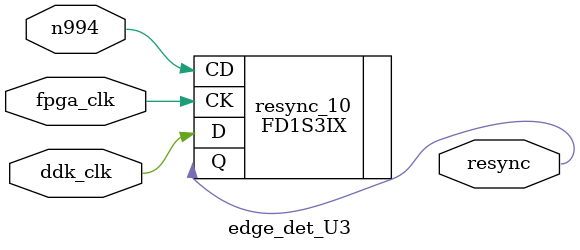
<source format=v>

module kbuf_top (Dlatch, Ddin, Dclk, Ddout, kreset, ka_in, ka_out, 
            dac_out, k_clk, start_in, kdata_io, k_out, xk_clk, xstart_in, 
            xstate, xkdata, t_out, dac_clk) /* synthesis syn_module_defined=1 */ ;   // c:/dan/eng projects/bp308/kflop/fpga/kanalogbuffer1/kbuf_top.v(1[8:16])
    input Dlatch;   // c:/dan/eng projects/bp308/kflop/fpga/kanalogbuffer1/kbuf_top.v(12[8:14])
    output Ddin;   // c:/dan/eng projects/bp308/kflop/fpga/kanalogbuffer1/kbuf_top.v(13[9:13])
    input Dclk;   // c:/dan/eng projects/bp308/kflop/fpga/kanalogbuffer1/kbuf_top.v(14[8:12])
    input Ddout;   // c:/dan/eng projects/bp308/kflop/fpga/kanalogbuffer1/kbuf_top.v(15[8:13])
    input kreset;   // c:/dan/eng projects/bp308/kflop/fpga/kanalogbuffer1/kbuf_top.v(17[8:14])
    input [15:0]ka_in;   // c:/dan/eng projects/bp308/kflop/fpga/kanalogbuffer1/kbuf_top.v(19[15:20])
    output [7:0]ka_out;   // c:/dan/eng projects/bp308/kflop/fpga/kanalogbuffer1/kbuf_top.v(21[15:21])
    output [7:0]dac_out;   // c:/dan/eng projects/bp308/kflop/fpga/kanalogbuffer1/kbuf_top.v(23[15:22])
    input k_clk;   // c:/dan/eng projects/bp308/kflop/fpga/kanalogbuffer1/kbuf_top.v(27[8:13])
    input start_in;   // c:/dan/eng projects/bp308/kflop/fpga/kanalogbuffer1/kbuf_top.v(28[8:16])
    inout [7:0]kdata_io;   // c:/dan/eng projects/bp308/kflop/fpga/kanalogbuffer1/kbuf_top.v(29[13:21])
    output [15:0]k_out;   // c:/dan/eng projects/bp308/kflop/fpga/kanalogbuffer1/kbuf_top.v(34[20:25])
    output xk_clk;   // c:/dan/eng projects/bp308/kflop/fpga/kanalogbuffer1/kbuf_top.v(48[9:15])
    output xstart_in;   // c:/dan/eng projects/bp308/kflop/fpga/kanalogbuffer1/kbuf_top.v(49[9:18])
    output [2:0]xstate;   // c:/dan/eng projects/bp308/kflop/fpga/kanalogbuffer1/kbuf_top.v(50[15:21])
    output [7:0]xkdata;   // c:/dan/eng projects/bp308/kflop/fpga/kanalogbuffer1/kbuf_top.v(51[15:21])
    output t_out;   // c:/dan/eng projects/bp308/kflop/fpga/kanalogbuffer1/kbuf_top.v(55[9:14])
    output dac_clk;   // c:/dan/eng projects/bp308/kflop/fpga/kanalogbuffer1/kbuf_top.v(59[13:20])
    
    wire fpga_clk /* synthesis is_clock=1, SET_AS_NETWORK=fpga_clk */ ;   // c:/dan/eng projects/bp308/kflop/fpga/kanalogbuffer1/kbuf_top.v(63[62:70])
    
    wire GND_net, VCC_net, Dlatch_c, Ddin_c_0, Dclk_c, Ddout_c, 
        kreset_c, ka_in_c_15, ka_in_c_14, ka_in_c_13, ka_in_c_12, 
        ka_in_c_11, ka_in_c_10, ka_in_c_9, ka_in_c_8, ka_in_c_7, ka_in_c_6, 
        ka_in_c_5, ka_in_c_4, ka_in_c_3, ka_in_c_2, ka_in_c_1, ka_in_c_0, 
        ka_out_c_7, ka_out_c_6, ka_out_c_5, ka_out_c_4, ka_out_c_3, 
        ka_out_c_2, ka_out_c_1, ka_out_c_0, dac_out_c_7, dac_out_c_6, 
        dac_out_c_5, dac_out_c_4, dac_out_c_3, dac_out_c_2, dac_out_c_1, 
        dac_out_c_0, xk_clk_c_c, xstart_in_c_c, k_out_c_15, k_out_c_14, 
        k_out_c_13, k_out_c_12, k_out_c_11, k_out_c_10, k_out_c_9, 
        k_out_c_8, k_out_c_7, k_out_c_6, k_out_c_5, k_out_c_4, k_out_c_3, 
        k_out_c_2, k_out_c_1, k_out_c_0, xstate_c_2, xstate_c_1, xstate_c_0, 
        xkdata_c_7, xkdata_c_6, xkdata_c_5, xkdata_c_4, xkdata_c_3, 
        xkdata_c_2, xkdata_c_1, xkdata_c_0, dac_clk_c, ser_out, dDclk, 
        ddDclk, dDlatch, ddDlatch, dk_clk, ddk_clk, dstart_in, ddstart_in, 
        sm_en;
    wire [7:0]data_out;   // c:/dan/eng projects/bp308/kflop/fpga/kanalogbuffer1/kbuf_top.v(155[12:20])
    
    wire n990, t_out_N_59, t_out_N_57, sm_en_N_66, n450, fpga_clk_enable_77, 
        n551, n550, n549, n547, n546, n545, n544, fpga_clk_enable_49, 
        fpga_clk_enable_63, fpga_clk_enable_56, fpga_clk_enable_33, fpga_clk_enable_35, 
        fpga_clk_enable_42, n609, n988, n412, n411, n413, resync, 
        resync_adj_139, resync_adj_140, fpga_clk_enable_9, n996, n995, 
        n619;
    wire [15:0]ff_adj_155;   // c:/dan/eng projects/bp308/kflop/fpga/kanalogbuffer1/latch_sr_n.v(12[14:16])
    
    wire n989, n994;
    wire [15:0]ff_15__N_123;
    
    wire fpga_clk_enable_26, resync_adj_141, fpga_clk_enable_10, n987, 
        fpga_clk_enable_18, n992, n999, resync_adj_142, n961;
    
    VHI i2 (.Z(VCC_net));
    edge_det start_in_edge (.resync(resync_adj_142), .fpga_clk(fpga_clk), 
            .n994(n994), .ddstart_in(ddstart_in), .kreset_c(kreset_c), 
            .fpga_clk_enable_35(fpga_clk_enable_35)) /* synthesis syn_module_defined=1 */ ;   // c:/dan/eng projects/bp308/kflop/fpga/kanalogbuffer1/kbuf_top.v(146[11:118])
    BB io_port7 (.I(data_out[7]), .T(t_out_N_57), .B(kdata_io[7]), .O(xkdata_c_7)) /* synthesis syn_instantiated=1 */ ;   // c:/dan/eng projects/bp308/kflop/fpga/kanalogbuffer1/kbuf_top.v(160[5:78])
    delay_U10 dly2 (.ddDclk(ddDclk), .fpga_clk(fpga_clk), .n994(n994), 
            .dDclk(dDclk)) /* synthesis syn_module_defined=1 */ ;   // c:/dan/eng projects/bp308/kflop/fpga/kanalogbuffer1/kbuf_top.v(88[8:73])
    FD1P3IX k_out__i1 (.D(xkdata_c_0), .SP(fpga_clk_enable_18), .CD(n994), 
            .CK(fpga_clk), .Q(k_out_c_0));   // c:/dan/eng projects/bp308/kflop/fpga/kanalogbuffer1/kbuf_top.v(169[9] 222[5])
    defparam k_out__i1.GSR = "ENABLED";
    LUT4 m1_lut (.Z(n999)) /* synthesis lut_function=1, syn_instantiated=1 */ ;
    defparam m1_lut.init = 16'hffff;
    OB ka_out_pad_4 (.I(ka_out_c_4), .O(ka_out[4]));   // c:/dan/eng projects/bp308/kflop/fpga/kanalogbuffer1/kbuf_top.v(21[15:21])
    OSCH rc_oscillator (.STDBY(GND_net), .OSC(fpga_clk)) /* synthesis syn_instantiated=1 */ ;
    defparam rc_oscillator.NOM_FREQ = "66.50";
    OB ka_out_pad_5 (.I(ka_out_c_5), .O(ka_out[5]));   // c:/dan/eng projects/bp308/kflop/fpga/kanalogbuffer1/kbuf_top.v(21[15:21])
    OB dac_out_pad_2 (.I(dac_out_c_2), .O(dac_out[2]));   // c:/dan/eng projects/bp308/kflop/fpga/kanalogbuffer1/kbuf_top.v(23[15:22])
    OB dac_out_pad_1 (.I(dac_out_c_1), .O(dac_out[1]));   // c:/dan/eng projects/bp308/kflop/fpga/kanalogbuffer1/kbuf_top.v(23[15:22])
    FD1P3IX state_cnt__i1 (.D(n413), .SP(fpga_clk_enable_35), .CD(n609), 
            .CK(fpga_clk), .Q(xstate_c_0));   // c:/dan/eng projects/bp308/kflop/fpga/kanalogbuffer1/kbuf_top.v(169[9] 222[5])
    defparam state_cnt__i1.GSR = "ENABLED";
    FD1P3IX data_out__i0 (.D(n551), .SP(fpga_clk_enable_42), .CD(n619), 
            .CK(fpga_clk), .Q(data_out[0]));   // c:/dan/eng projects/bp308/kflop/fpga/kanalogbuffer1/kbuf_top.v(169[9] 222[5])
    defparam data_out__i0.GSR = "ENABLED";
    BB io_port6 (.I(data_out[6]), .T(t_out_N_57), .B(kdata_io[6]), .O(xkdata_c_6)) /* synthesis syn_instantiated=1 */ ;   // c:/dan/eng projects/bp308/kflop/fpga/kanalogbuffer1/kbuf_top.v(161[5:78])
    BB io_port5 (.I(data_out[5]), .T(t_out_N_57), .B(kdata_io[5]), .O(xkdata_c_5)) /* synthesis syn_instantiated=1 */ ;   // c:/dan/eng projects/bp308/kflop/fpga/kanalogbuffer1/kbuf_top.v(162[5:78])
    BB io_port4 (.I(data_out[4]), .T(t_out_N_57), .B(kdata_io[4]), .O(xkdata_c_4)) /* synthesis syn_instantiated=1 */ ;   // c:/dan/eng projects/bp308/kflop/fpga/kanalogbuffer1/kbuf_top.v(163[5:78])
    BB io_port3 (.I(data_out[3]), .T(t_out_N_57), .B(kdata_io[3]), .O(xkdata_c_3)) /* synthesis syn_instantiated=1 */ ;   // c:/dan/eng projects/bp308/kflop/fpga/kanalogbuffer1/kbuf_top.v(164[5:78])
    BB io_port2 (.I(data_out[2]), .T(t_out_N_57), .B(kdata_io[2]), .O(xkdata_c_2)) /* synthesis syn_instantiated=1 */ ;   // c:/dan/eng projects/bp308/kflop/fpga/kanalogbuffer1/kbuf_top.v(165[5:78])
    BB io_port1 (.I(data_out[1]), .T(t_out_N_57), .B(kdata_io[1]), .O(xkdata_c_1)) /* synthesis syn_instantiated=1 */ ;   // c:/dan/eng projects/bp308/kflop/fpga/kanalogbuffer1/kbuf_top.v(166[5:78])
    BB io_port0 (.I(data_out[0]), .T(t_out_N_57), .B(kdata_io[0]), .O(xkdata_c_0)) /* synthesis syn_instantiated=1 */ ;   // c:/dan/eng projects/bp308/kflop/fpga/kanalogbuffer1/kbuf_top.v(167[5:78])
    OB ka_out_pad_6 (.I(ka_out_c_6), .O(ka_out[6]));   // c:/dan/eng projects/bp308/kflop/fpga/kanalogbuffer1/kbuf_top.v(21[15:21])
    delay_U9 dly3 (.dDlatch(dDlatch), .fpga_clk(fpga_clk), .n994(n994), 
            .Dlatch_c(Dlatch_c)) /* synthesis syn_module_defined=1 */ ;   // c:/dan/eng projects/bp308/kflop/fpga/kanalogbuffer1/kbuf_top.v(93[8:75])
    OB ka_out_pad_2 (.I(ka_out_c_2), .O(ka_out[2]));   // c:/dan/eng projects/bp308/kflop/fpga/kanalogbuffer1/kbuf_top.v(21[15:21])
    OB ka_out_pad_3 (.I(ka_out_c_3), .O(ka_out[3]));   // c:/dan/eng projects/bp308/kflop/fpga/kanalogbuffer1/kbuf_top.v(21[15:21])
    delay_U8 dly4 (.ddDlatch(ddDlatch), .fpga_clk(fpga_clk), .n994(n994), 
            .dDlatch(dDlatch)) /* synthesis syn_module_defined=1 */ ;   // c:/dan/eng projects/bp308/kflop/fpga/kanalogbuffer1/kbuf_top.v(94[8:77])
    delay_U7 dly5 (.dk_clk(dk_clk), .fpga_clk(fpga_clk), .n994(n994), 
            .xk_clk_c_c(xk_clk_c_c)) /* synthesis syn_module_defined=1 */ ;   // c:/dan/eng projects/bp308/kflop/fpga/kanalogbuffer1/kbuf_top.v(135[8:73])
    FD1P3IX sm_en_79 (.D(sm_en_N_66), .SP(fpga_clk_enable_9), .CD(n994), 
            .CK(fpga_clk), .Q(sm_en));   // c:/dan/eng projects/bp308/kflop/fpga/kanalogbuffer1/kbuf_top.v(169[9] 222[5])
    defparam sm_en_79.GSR = "ENABLED";
    FD1P3IX dac_clk_77 (.D(n999), .SP(fpga_clk_enable_10), .CD(n990), 
            .CK(fpga_clk), .Q(dac_clk_c));   // c:/dan/eng projects/bp308/kflop/fpga/kanalogbuffer1/kbuf_top.v(114[9] 124[5])
    defparam dac_clk_77.GSR = "ENABLED";
    delay_U6 dly6 (.ddk_clk(ddk_clk), .fpga_clk(fpga_clk), .n994(n994), 
            .dk_clk(dk_clk)) /* synthesis syn_module_defined=1 */ ;   // c:/dan/eng projects/bp308/kflop/fpga/kanalogbuffer1/kbuf_top.v(136[8:75])
    delay_U11 dly1 (.dDclk(dDclk), .fpga_clk(fpga_clk), .n994(n994), .Dclk_c(Dclk_c)) /* synthesis syn_module_defined=1 */ ;   // c:/dan/eng projects/bp308/kflop/fpga/kanalogbuffer1/kbuf_top.v(87[9:72])
    delay_U5 dly7 (.dstart_in(dstart_in), .fpga_clk(fpga_clk), .n994(n994), 
            .xstart_in_c_c(xstart_in_c_c)) /* synthesis syn_module_defined=1 */ ;   // c:/dan/eng projects/bp308/kflop/fpga/kanalogbuffer1/kbuf_top.v(144[8:79])
    OB ka_out_pad_7 (.I(ka_out_c_7), .O(ka_out[7]));   // c:/dan/eng projects/bp308/kflop/fpga/kanalogbuffer1/kbuf_top.v(21[15:21])
    edge_det_U2 r_edge (.resync(resync_adj_139), .fpga_clk(fpga_clk), .n994(n994), 
            .ddDlatch(ddDlatch), .n990(n990), .fpga_clk_enable_10(fpga_clk_enable_10)) /* synthesis syn_module_defined=1 */ ;   // c:/dan/eng projects/bp308/kflop/fpga/kanalogbuffer1/kbuf_top.v(95[11:101])
    FD1P3IX k_out__i2 (.D(xkdata_c_1), .SP(fpga_clk_enable_18), .CD(n994), 
            .CK(fpga_clk), .Q(k_out_c_1));   // c:/dan/eng projects/bp308/kflop/fpga/kanalogbuffer1/kbuf_top.v(169[9] 222[5])
    defparam k_out__i2.GSR = "ENABLED";
    OB Ddin_pad (.I(Ddin_c_0), .O(Ddin));   // c:/dan/eng projects/bp308/kflop/fpga/kanalogbuffer1/kbuf_top.v(13[9:13])
    LUT4 i461_2_lut_3_lut_3_lut (.A(xstate_c_1), .B(xstate_c_0), .C(xstate_c_2), 
         .Z(n549)) /* synthesis lut_function=(A ((C)+!B)+!A (B (C))) */ ;
    defparam i461_2_lut_3_lut_3_lut.init = 16'he2e2;
    OB dac_out_pad_3 (.I(dac_out_c_3), .O(dac_out[3]));   // c:/dan/eng projects/bp308/kflop/fpga/kanalogbuffer1/kbuf_top.v(23[15:22])
    OB dac_out_pad_4 (.I(dac_out_c_4), .O(dac_out[4]));   // c:/dan/eng projects/bp308/kflop/fpga/kanalogbuffer1/kbuf_top.v(23[15:22])
    OB dac_out_pad_5 (.I(dac_out_c_5), .O(dac_out[5]));   // c:/dan/eng projects/bp308/kflop/fpga/kanalogbuffer1/kbuf_top.v(23[15:22])
    OB dac_out_pad_6 (.I(dac_out_c_6), .O(dac_out[6]));   // c:/dan/eng projects/bp308/kflop/fpga/kanalogbuffer1/kbuf_top.v(23[15:22])
    OB dac_out_pad_7 (.I(dac_out_c_7), .O(dac_out[7]));   // c:/dan/eng projects/bp308/kflop/fpga/kanalogbuffer1/kbuf_top.v(23[15:22])
    OB ka_out_pad_0 (.I(ka_out_c_0), .O(ka_out[0]));   // c:/dan/eng projects/bp308/kflop/fpga/kanalogbuffer1/kbuf_top.v(21[15:21])
    OB ka_out_pad_1 (.I(ka_out_c_1), .O(ka_out[1]));   // c:/dan/eng projects/bp308/kflop/fpga/kanalogbuffer1/kbuf_top.v(21[15:21])
    OB dac_out_pad_0 (.I(dac_out_c_0), .O(dac_out[0]));   // c:/dan/eng projects/bp308/kflop/fpga/kanalogbuffer1/kbuf_top.v(23[15:22])
    OB k_out_pad_15 (.I(k_out_c_15), .O(k_out[15]));   // c:/dan/eng projects/bp308/kflop/fpga/kanalogbuffer1/kbuf_top.v(34[20:25])
    OB k_out_pad_14 (.I(k_out_c_14), .O(k_out[14]));   // c:/dan/eng projects/bp308/kflop/fpga/kanalogbuffer1/kbuf_top.v(34[20:25])
    OB k_out_pad_13 (.I(k_out_c_13), .O(k_out[13]));   // c:/dan/eng projects/bp308/kflop/fpga/kanalogbuffer1/kbuf_top.v(34[20:25])
    OB k_out_pad_12 (.I(k_out_c_12), .O(k_out[12]));   // c:/dan/eng projects/bp308/kflop/fpga/kanalogbuffer1/kbuf_top.v(34[20:25])
    OB k_out_pad_11 (.I(k_out_c_11), .O(k_out[11]));   // c:/dan/eng projects/bp308/kflop/fpga/kanalogbuffer1/kbuf_top.v(34[20:25])
    OB k_out_pad_10 (.I(k_out_c_10), .O(k_out[10]));   // c:/dan/eng projects/bp308/kflop/fpga/kanalogbuffer1/kbuf_top.v(34[20:25])
    OB k_out_pad_9 (.I(k_out_c_9), .O(k_out[9]));   // c:/dan/eng projects/bp308/kflop/fpga/kanalogbuffer1/kbuf_top.v(34[20:25])
    OB k_out_pad_8 (.I(k_out_c_8), .O(k_out[8]));   // c:/dan/eng projects/bp308/kflop/fpga/kanalogbuffer1/kbuf_top.v(34[20:25])
    OB k_out_pad_7 (.I(k_out_c_7), .O(k_out[7]));   // c:/dan/eng projects/bp308/kflop/fpga/kanalogbuffer1/kbuf_top.v(34[20:25])
    OB k_out_pad_6 (.I(k_out_c_6), .O(k_out[6]));   // c:/dan/eng projects/bp308/kflop/fpga/kanalogbuffer1/kbuf_top.v(34[20:25])
    OB k_out_pad_5 (.I(k_out_c_5), .O(k_out[5]));   // c:/dan/eng projects/bp308/kflop/fpga/kanalogbuffer1/kbuf_top.v(34[20:25])
    OB k_out_pad_4 (.I(k_out_c_4), .O(k_out[4]));   // c:/dan/eng projects/bp308/kflop/fpga/kanalogbuffer1/kbuf_top.v(34[20:25])
    OB k_out_pad_3 (.I(k_out_c_3), .O(k_out[3]));   // c:/dan/eng projects/bp308/kflop/fpga/kanalogbuffer1/kbuf_top.v(34[20:25])
    OB k_out_pad_2 (.I(k_out_c_2), .O(k_out[2]));   // c:/dan/eng projects/bp308/kflop/fpga/kanalogbuffer1/kbuf_top.v(34[20:25])
    OB k_out_pad_1 (.I(k_out_c_1), .O(k_out[1]));   // c:/dan/eng projects/bp308/kflop/fpga/kanalogbuffer1/kbuf_top.v(34[20:25])
    OB k_out_pad_0 (.I(k_out_c_0), .O(k_out[0]));   // c:/dan/eng projects/bp308/kflop/fpga/kanalogbuffer1/kbuf_top.v(34[20:25])
    OB xk_clk_pad (.I(xk_clk_c_c), .O(xk_clk));   // c:/dan/eng projects/bp308/kflop/fpga/kanalogbuffer1/kbuf_top.v(48[9:15])
    OB xstart_in_pad (.I(xstart_in_c_c), .O(xstart_in));   // c:/dan/eng projects/bp308/kflop/fpga/kanalogbuffer1/kbuf_top.v(49[9:18])
    OB xstate_pad_2 (.I(xstate_c_2), .O(xstate[2]));   // c:/dan/eng projects/bp308/kflop/fpga/kanalogbuffer1/kbuf_top.v(50[15:21])
    OB xstate_pad_1 (.I(xstate_c_1), .O(xstate[1]));   // c:/dan/eng projects/bp308/kflop/fpga/kanalogbuffer1/kbuf_top.v(50[15:21])
    OB xstate_pad_0 (.I(xstate_c_0), .O(xstate[0]));   // c:/dan/eng projects/bp308/kflop/fpga/kanalogbuffer1/kbuf_top.v(50[15:21])
    OB xkdata_pad_7 (.I(xkdata_c_7), .O(xkdata[7]));   // c:/dan/eng projects/bp308/kflop/fpga/kanalogbuffer1/kbuf_top.v(51[15:21])
    OB xkdata_pad_6 (.I(xkdata_c_6), .O(xkdata[6]));   // c:/dan/eng projects/bp308/kflop/fpga/kanalogbuffer1/kbuf_top.v(51[15:21])
    OB xkdata_pad_5 (.I(xkdata_c_5), .O(xkdata[5]));   // c:/dan/eng projects/bp308/kflop/fpga/kanalogbuffer1/kbuf_top.v(51[15:21])
    OB xkdata_pad_4 (.I(xkdata_c_4), .O(xkdata[4]));   // c:/dan/eng projects/bp308/kflop/fpga/kanalogbuffer1/kbuf_top.v(51[15:21])
    OB xkdata_pad_3 (.I(xkdata_c_3), .O(xkdata[3]));   // c:/dan/eng projects/bp308/kflop/fpga/kanalogbuffer1/kbuf_top.v(51[15:21])
    OB xkdata_pad_2 (.I(xkdata_c_2), .O(xkdata[2]));   // c:/dan/eng projects/bp308/kflop/fpga/kanalogbuffer1/kbuf_top.v(51[15:21])
    OB xkdata_pad_1 (.I(xkdata_c_1), .O(xkdata[1]));   // c:/dan/eng projects/bp308/kflop/fpga/kanalogbuffer1/kbuf_top.v(51[15:21])
    OB xkdata_pad_0 (.I(xkdata_c_0), .O(xkdata[0]));   // c:/dan/eng projects/bp308/kflop/fpga/kanalogbuffer1/kbuf_top.v(51[15:21])
    OB t_out_pad (.I(t_out_N_57), .O(t_out));   // c:/dan/eng projects/bp308/kflop/fpga/kanalogbuffer1/kbuf_top.v(55[9:14])
    OB dac_clk_pad (.I(dac_clk_c), .O(dac_clk));   // c:/dan/eng projects/bp308/kflop/fpga/kanalogbuffer1/kbuf_top.v(59[13:20])
    IB Dlatch_pad (.I(Dlatch), .O(Dlatch_c));   // c:/dan/eng projects/bp308/kflop/fpga/kanalogbuffer1/kbuf_top.v(12[8:14])
    IB Dclk_pad (.I(Dclk), .O(Dclk_c));   // c:/dan/eng projects/bp308/kflop/fpga/kanalogbuffer1/kbuf_top.v(14[8:12])
    IB Ddout_pad (.I(Ddout), .O(Ddout_c));   // c:/dan/eng projects/bp308/kflop/fpga/kanalogbuffer1/kbuf_top.v(15[8:13])
    IB kreset_pad (.I(kreset), .O(kreset_c));   // c:/dan/eng projects/bp308/kflop/fpga/kanalogbuffer1/kbuf_top.v(17[8:14])
    IB ka_in_pad_15 (.I(ka_in[15]), .O(ka_in_c_15));   // c:/dan/eng projects/bp308/kflop/fpga/kanalogbuffer1/kbuf_top.v(19[15:20])
    IB ka_in_pad_14 (.I(ka_in[14]), .O(ka_in_c_14));   // c:/dan/eng projects/bp308/kflop/fpga/kanalogbuffer1/kbuf_top.v(19[15:20])
    IB ka_in_pad_13 (.I(ka_in[13]), .O(ka_in_c_13));   // c:/dan/eng projects/bp308/kflop/fpga/kanalogbuffer1/kbuf_top.v(19[15:20])
    IB ka_in_pad_12 (.I(ka_in[12]), .O(ka_in_c_12));   // c:/dan/eng projects/bp308/kflop/fpga/kanalogbuffer1/kbuf_top.v(19[15:20])
    IB ka_in_pad_11 (.I(ka_in[11]), .O(ka_in_c_11));   // c:/dan/eng projects/bp308/kflop/fpga/kanalogbuffer1/kbuf_top.v(19[15:20])
    IB ka_in_pad_10 (.I(ka_in[10]), .O(ka_in_c_10));   // c:/dan/eng projects/bp308/kflop/fpga/kanalogbuffer1/kbuf_top.v(19[15:20])
    IB ka_in_pad_9 (.I(ka_in[9]), .O(ka_in_c_9));   // c:/dan/eng projects/bp308/kflop/fpga/kanalogbuffer1/kbuf_top.v(19[15:20])
    IB ka_in_pad_8 (.I(ka_in[8]), .O(ka_in_c_8));   // c:/dan/eng projects/bp308/kflop/fpga/kanalogbuffer1/kbuf_top.v(19[15:20])
    IB ka_in_pad_7 (.I(ka_in[7]), .O(ka_in_c_7));   // c:/dan/eng projects/bp308/kflop/fpga/kanalogbuffer1/kbuf_top.v(19[15:20])
    IB ka_in_pad_6 (.I(ka_in[6]), .O(ka_in_c_6));   // c:/dan/eng projects/bp308/kflop/fpga/kanalogbuffer1/kbuf_top.v(19[15:20])
    IB ka_in_pad_5 (.I(ka_in[5]), .O(ka_in_c_5));   // c:/dan/eng projects/bp308/kflop/fpga/kanalogbuffer1/kbuf_top.v(19[15:20])
    IB ka_in_pad_4 (.I(ka_in[4]), .O(ka_in_c_4));   // c:/dan/eng projects/bp308/kflop/fpga/kanalogbuffer1/kbuf_top.v(19[15:20])
    IB ka_in_pad_3 (.I(ka_in[3]), .O(ka_in_c_3));   // c:/dan/eng projects/bp308/kflop/fpga/kanalogbuffer1/kbuf_top.v(19[15:20])
    IB ka_in_pad_2 (.I(ka_in[2]), .O(ka_in_c_2));   // c:/dan/eng projects/bp308/kflop/fpga/kanalogbuffer1/kbuf_top.v(19[15:20])
    IB ka_in_pad_1 (.I(ka_in[1]), .O(ka_in_c_1));   // c:/dan/eng projects/bp308/kflop/fpga/kanalogbuffer1/kbuf_top.v(19[15:20])
    IB ka_in_pad_0 (.I(ka_in[0]), .O(ka_in_c_0));   // c:/dan/eng projects/bp308/kflop/fpga/kanalogbuffer1/kbuf_top.v(19[15:20])
    IB xk_clk_c_pad (.I(k_clk), .O(xk_clk_c_c));   // c:/dan/eng projects/bp308/kflop/fpga/kanalogbuffer1/kbuf_top.v(27[8:13])
    IB xstart_in_c_pad (.I(start_in), .O(xstart_in_c_c));   // c:/dan/eng projects/bp308/kflop/fpga/kanalogbuffer1/kbuf_top.v(28[8:16])
    LUT4 xstate_2__I_0_3_lut (.A(xstate_c_2), .B(xstate_c_1), .C(xstate_c_0), 
         .Z(t_out_N_59)) /* synthesis lut_function=(A+(B (C))) */ ;   // c:/dan/eng projects/bp308/kflop/fpga/kanalogbuffer1/kbuf_top.v(158[41:87])
    defparam xstate_2__I_0_3_lut.init = 16'heaea;
    FD1P3IX k_out__i3 (.D(xkdata_c_2), .SP(fpga_clk_enable_18), .CD(n994), 
            .CK(fpga_clk), .Q(k_out_c_2));   // c:/dan/eng projects/bp308/kflop/fpga/kanalogbuffer1/kbuf_top.v(169[9] 222[5])
    defparam k_out__i3.GSR = "ENABLED";
    FD1P3IX k_out__i4 (.D(xkdata_c_3), .SP(fpga_clk_enable_18), .CD(n994), 
            .CK(fpga_clk), .Q(k_out_c_3));   // c:/dan/eng projects/bp308/kflop/fpga/kanalogbuffer1/kbuf_top.v(169[9] 222[5])
    defparam k_out__i4.GSR = "ENABLED";
    FD1P3IX k_out__i5 (.D(xkdata_c_4), .SP(fpga_clk_enable_18), .CD(n994), 
            .CK(fpga_clk), .Q(k_out_c_4));   // c:/dan/eng projects/bp308/kflop/fpga/kanalogbuffer1/kbuf_top.v(169[9] 222[5])
    defparam k_out__i5.GSR = "ENABLED";
    FD1P3IX k_out__i6 (.D(xkdata_c_5), .SP(fpga_clk_enable_18), .CD(n994), 
            .CK(fpga_clk), .Q(k_out_c_5));   // c:/dan/eng projects/bp308/kflop/fpga/kanalogbuffer1/kbuf_top.v(169[9] 222[5])
    defparam k_out__i6.GSR = "ENABLED";
    FD1P3IX k_out__i7 (.D(xkdata_c_6), .SP(fpga_clk_enable_18), .CD(n994), 
            .CK(fpga_clk), .Q(k_out_c_6));   // c:/dan/eng projects/bp308/kflop/fpga/kanalogbuffer1/kbuf_top.v(169[9] 222[5])
    defparam k_out__i7.GSR = "ENABLED";
    FD1P3IX k_out__i8 (.D(xkdata_c_7), .SP(fpga_clk_enable_18), .CD(n994), 
            .CK(fpga_clk), .Q(k_out_c_7));   // c:/dan/eng projects/bp308/kflop/fpga/kanalogbuffer1/kbuf_top.v(169[9] 222[5])
    defparam k_out__i8.GSR = "ENABLED";
    FD1P3IX k_out__i9 (.D(xkdata_c_0), .SP(fpga_clk_enable_26), .CD(n994), 
            .CK(fpga_clk), .Q(k_out_c_8));   // c:/dan/eng projects/bp308/kflop/fpga/kanalogbuffer1/kbuf_top.v(169[9] 222[5])
    defparam k_out__i9.GSR = "ENABLED";
    FD1P3IX k_out__i10 (.D(xkdata_c_1), .SP(fpga_clk_enable_26), .CD(n994), 
            .CK(fpga_clk), .Q(k_out_c_9));   // c:/dan/eng projects/bp308/kflop/fpga/kanalogbuffer1/kbuf_top.v(169[9] 222[5])
    defparam k_out__i10.GSR = "ENABLED";
    FD1P3IX k_out__i11 (.D(xkdata_c_2), .SP(fpga_clk_enable_26), .CD(n994), 
            .CK(fpga_clk), .Q(k_out_c_10));   // c:/dan/eng projects/bp308/kflop/fpga/kanalogbuffer1/kbuf_top.v(169[9] 222[5])
    defparam k_out__i11.GSR = "ENABLED";
    FD1P3IX k_out__i12 (.D(xkdata_c_3), .SP(fpga_clk_enable_26), .CD(n994), 
            .CK(fpga_clk), .Q(k_out_c_11));   // c:/dan/eng projects/bp308/kflop/fpga/kanalogbuffer1/kbuf_top.v(169[9] 222[5])
    defparam k_out__i12.GSR = "ENABLED";
    FD1P3IX k_out__i13 (.D(xkdata_c_4), .SP(fpga_clk_enable_26), .CD(n994), 
            .CK(fpga_clk), .Q(k_out_c_12));   // c:/dan/eng projects/bp308/kflop/fpga/kanalogbuffer1/kbuf_top.v(169[9] 222[5])
    defparam k_out__i13.GSR = "ENABLED";
    FD1P3IX k_out__i14 (.D(xkdata_c_5), .SP(fpga_clk_enable_26), .CD(n994), 
            .CK(fpga_clk), .Q(k_out_c_13));   // c:/dan/eng projects/bp308/kflop/fpga/kanalogbuffer1/kbuf_top.v(169[9] 222[5])
    defparam k_out__i14.GSR = "ENABLED";
    FD1P3IX k_out__i15 (.D(xkdata_c_6), .SP(fpga_clk_enable_26), .CD(n994), 
            .CK(fpga_clk), .Q(k_out_c_14));   // c:/dan/eng projects/bp308/kflop/fpga/kanalogbuffer1/kbuf_top.v(169[9] 222[5])
    defparam k_out__i15.GSR = "ENABLED";
    FD1P3IX k_out__i16 (.D(xkdata_c_7), .SP(fpga_clk_enable_26), .CD(n994), 
            .CK(fpga_clk), .Q(k_out_c_15));   // c:/dan/eng projects/bp308/kflop/fpga/kanalogbuffer1/kbuf_top.v(169[9] 222[5])
    defparam k_out__i16.GSR = "ENABLED";
    FD1P3IX state_cnt__i2 (.D(n412), .SP(fpga_clk_enable_35), .CD(n609), 
            .CK(fpga_clk), .Q(xstate_c_1));   // c:/dan/eng projects/bp308/kflop/fpga/kanalogbuffer1/kbuf_top.v(169[9] 222[5])
    defparam state_cnt__i2.GSR = "ENABLED";
    FD1P3IX state_cnt__i3 (.D(n411), .SP(fpga_clk_enable_35), .CD(n609), 
            .CK(fpga_clk), .Q(xstate_c_2));   // c:/dan/eng projects/bp308/kflop/fpga/kanalogbuffer1/kbuf_top.v(169[9] 222[5])
    defparam state_cnt__i3.GSR = "ENABLED";
    FD1P3IX data_out__i1 (.D(n550), .SP(fpga_clk_enable_42), .CD(n619), 
            .CK(fpga_clk), .Q(data_out[1]));   // c:/dan/eng projects/bp308/kflop/fpga/kanalogbuffer1/kbuf_top.v(169[9] 222[5])
    defparam data_out__i1.GSR = "ENABLED";
    FD1P3IX data_out__i2 (.D(n549), .SP(fpga_clk_enable_42), .CD(n619), 
            .CK(fpga_clk), .Q(data_out[2]));   // c:/dan/eng projects/bp308/kflop/fpga/kanalogbuffer1/kbuf_top.v(169[9] 222[5])
    defparam data_out__i2.GSR = "ENABLED";
    FD1P3IX data_out__i3 (.D(n961), .SP(fpga_clk_enable_42), .CD(n619), 
            .CK(fpga_clk), .Q(data_out[3]));   // c:/dan/eng projects/bp308/kflop/fpga/kanalogbuffer1/kbuf_top.v(169[9] 222[5])
    defparam data_out__i3.GSR = "ENABLED";
    FD1P3IX data_out__i4 (.D(n547), .SP(fpga_clk_enable_42), .CD(n619), 
            .CK(fpga_clk), .Q(data_out[4]));   // c:/dan/eng projects/bp308/kflop/fpga/kanalogbuffer1/kbuf_top.v(169[9] 222[5])
    defparam data_out__i4.GSR = "ENABLED";
    FD1P3IX data_out__i5 (.D(n546), .SP(fpga_clk_enable_42), .CD(n619), 
            .CK(fpga_clk), .Q(data_out[5]));   // c:/dan/eng projects/bp308/kflop/fpga/kanalogbuffer1/kbuf_top.v(169[9] 222[5])
    defparam data_out__i5.GSR = "ENABLED";
    FD1P3IX data_out__i6 (.D(n545), .SP(fpga_clk_enable_42), .CD(n619), 
            .CK(fpga_clk), .Q(data_out[6]));   // c:/dan/eng projects/bp308/kflop/fpga/kanalogbuffer1/kbuf_top.v(169[9] 222[5])
    defparam data_out__i6.GSR = "ENABLED";
    FD1P3IX data_out__i7 (.D(n544), .SP(fpga_clk_enable_42), .CD(n619), 
            .CK(fpga_clk), .Q(data_out[7]));   // c:/dan/eng projects/bp308/kflop/fpga/kanalogbuffer1/kbuf_top.v(169[9] 222[5])
    defparam data_out__i7.GSR = "ENABLED";
    edge_det_U1 s_edge (.resync(resync), .fpga_clk(fpga_clk), .n994(n994), 
            .ddDclk(ddDclk)) /* synthesis syn_module_defined=1 */ ;   // c:/dan/eng projects/bp308/kflop/fpga/kanalogbuffer1/kbuf_top.v(89[11:99])
    LUT4 mux_174_i7_3_lut_3_lut_3_lut (.A(xstate_c_1), .B(xstate_c_0), .C(xstate_c_2), 
         .Z(n545)) /* synthesis lut_function=(A (B (C)+!B !(C))+!A (B (C))) */ ;
    defparam mux_174_i7_3_lut_3_lut_3_lut.init = 16'hc2c2;
    LUT4 i3_4_lut_then_4_lut (.A(resync_adj_141), .B(sm_en), .C(ddk_clk), 
         .D(ddstart_in), .Z(n996)) /* synthesis lut_function=(!(((C+!(D))+!B)+!A)) */ ;
    defparam i3_4_lut_then_4_lut.init = 16'h0800;
    LUT4 i463_2_lut_rep_9 (.A(xstate_c_1), .B(xstate_c_2), .Z(n989)) /* synthesis lut_function=(!((B)+!A)) */ ;   // c:/dan/eng projects/bp308/kflop/fpga/kanalogbuffer1/kbuf_top.v(201[9] 219[28])
    defparam i463_2_lut_rep_9.init = 16'h2222;
    LUT4 i3_4_lut_else_4_lut (.A(resync_adj_141), .B(sm_en), .C(ddk_clk), 
         .D(ddstart_in), .Z(n995)) /* synthesis lut_function=(!(((C+(D))+!B)+!A)) */ ;
    defparam i3_4_lut_else_4_lut.init = 16'h0008;
    LUT4 mux_174_i8_3_lut_3_lut_3_lut (.A(xstate_c_1), .B(xstate_c_0), .C(xstate_c_2), 
         .Z(n544)) /* synthesis lut_function=(!((B (C)+!B !(C))+!A)) */ ;
    defparam mux_174_i8_3_lut_3_lut_3_lut.init = 16'h2828;
    LUT4 i2_3_lut_rep_7 (.A(xstate_c_1), .B(xstate_c_2), .C(xstate_c_0), 
         .Z(n987)) /* synthesis lut_function=(A+(B+!(C))) */ ;   // c:/dan/eng projects/bp308/kflop/fpga/kanalogbuffer1/kbuf_top.v(169[9] 222[5])
    defparam i2_3_lut_rep_7.init = 16'hefef;
    LUT4 mux_174_i6_3_lut_4_lut_3_lut (.A(xstate_c_1), .B(xstate_c_0), .C(xstate_c_2), 
         .Z(n546)) /* synthesis lut_function=(A (B+(C))+!A (B (C))) */ ;
    defparam mux_174_i6_3_lut_4_lut_3_lut.init = 16'he8e8;
    LUT4 i299_2_lut_3_lut (.A(xstate_c_1), .B(xstate_c_0), .C(xstate_c_2), 
         .Z(n547)) /* synthesis lut_function=(A (B (C)+!B !(C))+!A (C)) */ ;
    defparam i299_2_lut_3_lut.init = 16'hd2d2;
    LUT4 i1_2_lut_3_lut_3_lut (.A(xstate_c_1), .B(xstate_c_0), .C(xstate_c_2), 
         .Z(n961)) /* synthesis lut_function=(!(((C)+!B)+!A)) */ ;
    defparam i1_2_lut_3_lut_3_lut.init = 16'h0808;
    LUT4 i460_2_lut_4_lut_3_lut (.A(xstate_c_1), .B(xstate_c_0), .C(xstate_c_2), 
         .Z(n550)) /* synthesis lut_function=(A (B)+!A (B (C))) */ ;
    defparam i460_2_lut_4_lut_3_lut.init = 16'hc8c8;
    edge_det_U0 ser_load_edge (.resync(resync_adj_140), .fpga_clk(fpga_clk), 
            .n994(n994), .dac_out_c_2(dac_out_c_2), .n992(n992), .ka_in_c_9(ka_in_c_9), 
            .\ff[10] (ff_adj_155[10]), .ff_15__N_123({ff_15__N_123}), .ka_in_c_4(ka_in_c_4), 
            .\ff[5] (ff_adj_155[5]), .ka_in_c_7(ka_in_c_7), .\ff[8] (ff_adj_155[8]), 
            .ka_in_c_3(ka_in_c_3), .\ff[4] (ff_adj_155[4]), .ka_in_c_5(ka_in_c_5), 
            .\ff[6] (ff_adj_155[6]), .ka_in_c_6(ka_in_c_6), .\ff[7] (ff_adj_155[7]), 
            .ka_in_c_2(ka_in_c_2), .\ff[3] (ff_adj_155[3]), .ka_in_c_1(ka_in_c_1), 
            .\ff[2] (ff_adj_155[2]), .ka_in_c_13(ka_in_c_13), .\ff[14] (ff_adj_155[14]), 
            .ka_in_c_15(ka_in_c_15), .ka_in_c_12(ka_in_c_12), .\ff[13] (ff_adj_155[13]), 
            .ka_in_c_11(ka_in_c_11), .\ff[12] (ff_adj_155[12]), .ka_in_c_10(ka_in_c_10), 
            .\ff[11] (ff_adj_155[11]), .ka_in_c_8(ka_in_c_8), .\ff[9] (ff_adj_155[9]), 
            .ka_in_c_0(ka_in_c_0), .\ff[1] (ff_adj_155[1]), .ka_in_c_14(ka_in_c_14), 
            .\ff[15] (ff_adj_155[15])) /* synthesis syn_module_defined=1 */ ;   // c:/dan/eng projects/bp308/kflop/fpga/kanalogbuffer1/kbuf_top.v(101[11:118])
    Latch_SR_N ka_in_latch (.\ff[13] (ff_adj_155[13]), .fpga_clk(fpga_clk), 
            .fpga_clk_enable_77(fpga_clk_enable_77), .n994(n994), .ff_15__N_123({ff_15__N_123}), 
            .\ff[15] (ff_adj_155[15]), .\ff[12] (ff_adj_155[12]), .\ff[11] (ff_adj_155[11]), 
            .\ff[10] (ff_adj_155[10]), .\ff[9] (ff_adj_155[9]), .\ff[8] (ff_adj_155[8]), 
            .\ff[7] (ff_adj_155[7]), .\ff[6] (ff_adj_155[6]), .\ff[5] (ff_adj_155[5]), 
            .\ff[4] (ff_adj_155[4]), .\ff[3] (ff_adj_155[3]), .\ff[2] (ff_adj_155[2]), 
            .\ff[1] (ff_adj_155[1]), .Ddin_c_0(Ddin_c_0), .\ff[14] (ff_adj_155[14])) /* synthesis syn_module_defined=1 */ ;   // c:/dan/eng projects/bp308/kflop/fpga/kanalogbuffer1/kbuf_top.v(112[23:147])
    LUT4 xstate_c_0_bdd_4_lut (.A(xstate_c_0), .B(fpga_clk_enable_42), .C(xstate_c_2), 
         .D(xstate_c_1), .Z(n619)) /* synthesis lut_function=(A (B (C (D)))+!A !((C+(D))+!B)) */ ;
    defparam xstate_c_0_bdd_4_lut.init = 16'h8004;
    LUT4 i1_2_lut (.A(resync_adj_142), .B(ddstart_in), .Z(fpga_clk_enable_9)) /* synthesis lut_function=(!((B)+!A)) */ ;   // c:/dan/eng projects/bp308/kflop/fpga/kanalogbuffer1/kbuf_top.v(169[9] 222[5])
    defparam i1_2_lut.init = 16'h2222;
    LUT4 kreset_I_0_1_lut_rep_14 (.A(kreset_c), .Z(n994)) /* synthesis lut_function=(!(A)) */ ;   // c:/dan/eng projects/bp308/kflop/fpga/kanalogbuffer1/kbuf_top.v(112[56:63])
    defparam kreset_I_0_1_lut_rep_14.init = 16'h5555;
    LUT4 i3_4_lut (.A(xkdata_c_0), .B(xkdata_c_2), .C(xkdata_c_1), .D(xkdata_c_3), 
         .Z(sm_en_N_66)) /* synthesis lut_function=(A (B (C (D)))) */ ;
    defparam i3_4_lut.init = 16'h8000;
    LUT4 i2_3_lut_4_lut_4_lut (.A(kreset_c), .B(n989), .C(xstate_c_0), 
         .D(n450), .Z(fpga_clk_enable_26)) /* synthesis lut_function=(!(A ((C+!(D))+!B)+!A ((C)+!B))) */ ;   // c:/dan/eng projects/bp308/kflop/fpga/kanalogbuffer1/kbuf_top.v(112[56:63])
    defparam i2_3_lut_4_lut_4_lut.init = 16'h0c04;
    LUT4 i216_2_lut_3_lut_3_lut (.A(kreset_c), .B(resync), .C(ddDclk), 
         .Z(fpga_clk_enable_56)) /* synthesis lut_function=(!(A (B+!(C)))) */ ;   // c:/dan/eng projects/bp308/kflop/fpga/kanalogbuffer1/kbuf_top.v(112[56:63])
    defparam i216_2_lut_3_lut_3_lut.init = 16'h7575;
    LUT4 i580_2_lut_3_lut_3_lut_3_lut (.A(kreset_c), .B(n450), .C(n987), 
         .Z(fpga_clk_enable_18)) /* synthesis lut_function=(!(A ((C)+!B)+!A (C))) */ ;   // c:/dan/eng projects/bp308/kflop/fpga/kanalogbuffer1/kbuf_top.v(112[56:63])
    defparam i580_2_lut_3_lut_3_lut_3_lut.init = 16'h0d0d;
    SR_Latch_N_U4 ka_out_7__I_0 (.fpga_clk(fpga_clk), .fpga_clk_enable_49(fpga_clk_enable_49), 
            .n994(n994), .ka_out_c_0(ka_out_c_0), .fpga_clk_enable_63(fpga_clk_enable_63), 
            .dac_out_c_3(dac_out_c_3), .ka_out_c_1(ka_out_c_1), .ka_out_c_2(ka_out_c_2), 
            .ka_out_c_3(ka_out_c_3), .ka_out_c_4(ka_out_c_4), .ka_out_c_5(ka_out_c_5), 
            .ka_out_c_6(ka_out_c_6), .ka_out_c_7(ka_out_c_7)) /* synthesis syn_module_defined=1 */ ;   // c:/dan/eng projects/bp308/kflop/fpga/kanalogbuffer1/kbuf_top.v(107[22:144])
    GSR GSR_INST (.GSR(VCC_net));
    LUT4 i124_2_lut_3_lut_3_lut (.A(kreset_c), .B(resync_adj_142), .C(ddstart_in), 
         .Z(n609)) /* synthesis lut_function=(!(A (B+!(C)))) */ ;   // c:/dan/eng projects/bp308/kflop/fpga/kanalogbuffer1/kbuf_top.v(112[56:63])
    defparam i124_2_lut_3_lut_3_lut.init = 16'h7575;
    LUT4 i217_4_lut_4_lut (.A(kreset_c), .B(fpga_clk_enable_10), .C(resync_adj_140), 
         .D(dac_out_c_2), .Z(fpga_clk_enable_63)) /* synthesis lut_function=(!(A (B+(C+!(D))))) */ ;   // c:/dan/eng projects/bp308/kflop/fpga/kanalogbuffer1/kbuf_top.v(112[56:63])
    defparam i217_4_lut_4_lut.init = 16'h5755;
    LUT4 i2_3_lut_4_lut_4_lut_adj_3 (.A(kreset_c), .B(n992), .C(resync_adj_139), 
         .D(ddDlatch), .Z(fpga_clk_enable_77)) /* synthesis lut_function=((B+!(C+!(D)))+!A) */ ;   // c:/dan/eng projects/bp308/kflop/fpga/kanalogbuffer1/kbuf_top.v(112[56:63])
    defparam i2_3_lut_4_lut_4_lut_adj_3.init = 16'hdfdd;
    LUT4 i218_2_lut_3_lut_3_lut (.A(kreset_c), .B(ddDlatch), .C(resync_adj_139), 
         .Z(fpga_clk_enable_49)) /* synthesis lut_function=(!(A (B+!(C)))) */ ;   // c:/dan/eng projects/bp308/kflop/fpga/kanalogbuffer1/kbuf_top.v(112[56:63])
    defparam i218_2_lut_3_lut_3_lut.init = 16'h7575;
    LUT4 i215_3_lut_4_lut_4_lut (.A(kreset_c), .B(n990), .C(resync), .D(ddDclk), 
         .Z(fpga_clk_enable_33)) /* synthesis lut_function=((B (C+!(D)))+!A) */ ;   // c:/dan/eng projects/bp308/kflop/fpga/kanalogbuffer1/kbuf_top.v(112[56:63])
    defparam i215_3_lut_4_lut_4_lut.init = 16'hd5dd;
    SR_Latch_N sr1 (.dac_out_c_0(dac_out_c_0), .fpga_clk(fpga_clk), .fpga_clk_enable_33(fpga_clk_enable_33), 
            .n994(n994), .fpga_clk_enable_56(fpga_clk_enable_56), .dac_out_c_1(dac_out_c_1), 
            .dac_out_c_2(dac_out_c_2), .dac_out_c_3(dac_out_c_3), .dac_out_c_4(dac_out_c_4), 
            .dac_out_c_5(dac_out_c_5), .dac_out_c_6(dac_out_c_6), .dac_out_c_7(dac_out_c_7), 
            .ser_out(ser_out)) /* synthesis syn_module_defined=1 */ ;   // c:/dan/eng projects/bp308/kflop/fpga/kanalogbuffer1/kbuf_top.v(105[22:130])
    PUR PUR_INST (.PUR(VCC_net));
    defparam PUR_INST.RST_PULSE = 1;
    LUT4 i2_3_lut (.A(n450), .B(kreset_c), .C(n987), .Z(fpga_clk_enable_42)) /* synthesis lut_function=(A (B (C))) */ ;
    defparam i2_3_lut.init = 16'h8080;
    delay dly8 (.ddstart_in(ddstart_in), .fpga_clk(fpga_clk), .n994(n994), 
          .dstart_in(dstart_in)) /* synthesis syn_module_defined=1 */ ;   // c:/dan/eng projects/bp308/kflop/fpga/kanalogbuffer1/kbuf_top.v(145[8:81])
    VLO i1 (.Z(GND_net));
    sig_sync ser_edge (.ser_out(ser_out), .fpga_clk(fpga_clk), .Ddout_c(Ddout_c)) /* synthesis syn_module_defined=1 */ ;   // c:/dan/eng projects/bp308/kflop/fpga/kanalogbuffer1/kbuf_top.v(97[11:70])
    LUT4 i280_2_lut_3_lut (.A(xstate_c_0), .B(n988), .C(xstate_c_1), .Z(n412)) /* synthesis lut_function=(!(A (B (C)+!B !(C))+!A !(C))) */ ;   // c:/dan/eng projects/bp308/kflop/fpga/kanalogbuffer1/kbuf_top.v(190[17:30])
    defparam i280_2_lut_3_lut.init = 16'h7878;
    LUT4 i575_4_lut (.A(t_out_N_59), .B(xk_clk_c_c), .C(xstart_in_c_c), 
         .D(sm_en), .Z(t_out_N_57)) /* synthesis lut_function=(((C+!(D))+!B)+!A) */ ;   // c:/dan/eng projects/bp308/kflop/fpga/kanalogbuffer1/kbuf_top.v(158[21:88])
    defparam i575_4_lut.init = 16'hf7ff;
    LUT4 i2_3_lut_rep_8 (.A(sm_en), .B(resync_adj_141), .C(ddk_clk), .Z(n988)) /* synthesis lut_function=(!((B+!(C))+!A)) */ ;   // c:/dan/eng projects/bp308/kflop/fpga/kanalogbuffer1/kbuf_top.v(188[11:29])
    defparam i2_3_lut_rep_8.init = 16'h2020;
    edge_det_U3 kclk_edge (.resync(resync_adj_141), .fpga_clk(fpga_clk), 
            .n994(n994), .ddk_clk(ddk_clk)) /* synthesis syn_module_defined=1 */ ;   // c:/dan/eng projects/bp308/kflop/fpga/kanalogbuffer1/kbuf_top.v(137[11:105])
    LUT4 i287_3_lut_4_lut (.A(xstate_c_0), .B(n988), .C(xstate_c_1), .D(xstate_c_2), 
         .Z(n411)) /* synthesis lut_function=(!(A (B (C (D)+!C !(D))+!B !(D))+!A !(D))) */ ;   // c:/dan/eng projects/bp308/kflop/fpga/kanalogbuffer1/kbuf_top.v(190[17:30])
    defparam i287_3_lut_4_lut.init = 16'h7f80;
    LUT4 i449_2_lut_3_lut (.A(xstate_c_1), .B(xstate_c_0), .C(xstate_c_2), 
         .Z(n551)) /* synthesis lut_function=(A ((C)+!B)+!A (C)) */ ;
    defparam i449_2_lut_3_lut.init = 16'hf2f2;
    LUT4 i272_2_lut_4_lut (.A(sm_en), .B(resync_adj_141), .C(ddk_clk), 
         .D(xstate_c_0), .Z(n413)) /* synthesis lut_function=(A (B (D)+!B !(C (D)+!C !(D)))+!A (D)) */ ;   // c:/dan/eng projects/bp308/kflop/fpga/kanalogbuffer1/kbuf_top.v(188[11:29])
    defparam i272_2_lut_4_lut.init = 16'hdf20;
    PFUMX i581 (.BLUT(n995), .ALUT(n996), .C0(resync_adj_142), .Z(n450));
    TSALL TSALL_INST (.TSALL(GND_net));
    
endmodule
//
// Verilog Description of module edge_det
//

module edge_det (resync, fpga_clk, n994, ddstart_in, kreset_c, fpga_clk_enable_35) /* synthesis syn_module_defined=1 */ ;
    output resync;
    input fpga_clk;
    input n994;
    input ddstart_in;
    input kreset_c;
    output fpga_clk_enable_35;
    
    wire fpga_clk /* synthesis is_clock=1, SET_AS_NETWORK=fpga_clk */ ;   // c:/dan/eng projects/bp308/kflop/fpga/kanalogbuffer1/kbuf_top.v(63[62:70])
    
    FD1S3IX resync_10 (.D(ddstart_in), .CK(fpga_clk), .CD(n994), .Q(resync));   // c:/dan/eng projects/bp308/kflop/fpga/kanalogbuffer1/edge_det.v(13[10] 21[8])
    defparam resync_10.GSR = "ENABLED";
    LUT4 i578_2_lut_3_lut (.A(resync), .B(ddstart_in), .C(kreset_c), .Z(fpga_clk_enable_35)) /* synthesis lut_function=((B+!(C))+!A) */ ;   // c:/dan/eng projects/bp308/kflop/fpga/kanalogbuffer1/edge_det.v(11[17:31])
    defparam i578_2_lut_3_lut.init = 16'hdfdf;
    
endmodule
//
// Verilog Description of module delay_U10
//

module delay_U10 (ddDclk, fpga_clk, n994, dDclk) /* synthesis syn_module_defined=1 */ ;
    output ddDclk;
    input fpga_clk;
    input n994;
    input dDclk;
    
    wire fpga_clk /* synthesis is_clock=1, SET_AS_NETWORK=fpga_clk */ ;   // c:/dan/eng projects/bp308/kflop/fpga/kanalogbuffer1/kbuf_top.v(63[62:70])
    
    FD1S3IX sync_6 (.D(dDclk), .CK(fpga_clk), .CD(n994), .Q(ddDclk));   // c:/dan/eng projects/bp308/kflop/fpga/kanalogbuffer1/delay.v(9[9] 19[5])
    defparam sync_6.GSR = "ENABLED";
    
endmodule
//
// Verilog Description of module delay_U9
//

module delay_U9 (dDlatch, fpga_clk, n994, Dlatch_c) /* synthesis syn_module_defined=1 */ ;
    output dDlatch;
    input fpga_clk;
    input n994;
    input Dlatch_c;
    
    wire fpga_clk /* synthesis is_clock=1, SET_AS_NETWORK=fpga_clk */ ;   // c:/dan/eng projects/bp308/kflop/fpga/kanalogbuffer1/kbuf_top.v(63[62:70])
    
    FD1S3IX sync_6 (.D(Dlatch_c), .CK(fpga_clk), .CD(n994), .Q(dDlatch));   // c:/dan/eng projects/bp308/kflop/fpga/kanalogbuffer1/delay.v(9[9] 19[5])
    defparam sync_6.GSR = "ENABLED";
    
endmodule
//
// Verilog Description of module delay_U8
//

module delay_U8 (ddDlatch, fpga_clk, n994, dDlatch) /* synthesis syn_module_defined=1 */ ;
    output ddDlatch;
    input fpga_clk;
    input n994;
    input dDlatch;
    
    wire fpga_clk /* synthesis is_clock=1, SET_AS_NETWORK=fpga_clk */ ;   // c:/dan/eng projects/bp308/kflop/fpga/kanalogbuffer1/kbuf_top.v(63[62:70])
    
    FD1S3IX sync_6 (.D(dDlatch), .CK(fpga_clk), .CD(n994), .Q(ddDlatch));   // c:/dan/eng projects/bp308/kflop/fpga/kanalogbuffer1/delay.v(9[9] 19[5])
    defparam sync_6.GSR = "ENABLED";
    
endmodule
//
// Verilog Description of module delay_U7
//

module delay_U7 (dk_clk, fpga_clk, n994, xk_clk_c_c) /* synthesis syn_module_defined=1 */ ;
    output dk_clk;
    input fpga_clk;
    input n994;
    input xk_clk_c_c;
    
    wire fpga_clk /* synthesis is_clock=1, SET_AS_NETWORK=fpga_clk */ ;   // c:/dan/eng projects/bp308/kflop/fpga/kanalogbuffer1/kbuf_top.v(63[62:70])
    
    FD1S3IX sync_6 (.D(xk_clk_c_c), .CK(fpga_clk), .CD(n994), .Q(dk_clk));   // c:/dan/eng projects/bp308/kflop/fpga/kanalogbuffer1/delay.v(9[9] 19[5])
    defparam sync_6.GSR = "ENABLED";
    
endmodule
//
// Verilog Description of module delay_U6
//

module delay_U6 (ddk_clk, fpga_clk, n994, dk_clk) /* synthesis syn_module_defined=1 */ ;
    output ddk_clk;
    input fpga_clk;
    input n994;
    input dk_clk;
    
    wire fpga_clk /* synthesis is_clock=1, SET_AS_NETWORK=fpga_clk */ ;   // c:/dan/eng projects/bp308/kflop/fpga/kanalogbuffer1/kbuf_top.v(63[62:70])
    
    FD1S3IX sync_6 (.D(dk_clk), .CK(fpga_clk), .CD(n994), .Q(ddk_clk));   // c:/dan/eng projects/bp308/kflop/fpga/kanalogbuffer1/delay.v(9[9] 19[5])
    defparam sync_6.GSR = "ENABLED";
    
endmodule
//
// Verilog Description of module delay_U11
//

module delay_U11 (dDclk, fpga_clk, n994, Dclk_c) /* synthesis syn_module_defined=1 */ ;
    output dDclk;
    input fpga_clk;
    input n994;
    input Dclk_c;
    
    wire fpga_clk /* synthesis is_clock=1, SET_AS_NETWORK=fpga_clk */ ;   // c:/dan/eng projects/bp308/kflop/fpga/kanalogbuffer1/kbuf_top.v(63[62:70])
    
    FD1S3IX sync_6 (.D(Dclk_c), .CK(fpga_clk), .CD(n994), .Q(dDclk));   // c:/dan/eng projects/bp308/kflop/fpga/kanalogbuffer1/delay.v(9[9] 19[5])
    defparam sync_6.GSR = "ENABLED";
    
endmodule
//
// Verilog Description of module delay_U5
//

module delay_U5 (dstart_in, fpga_clk, n994, xstart_in_c_c) /* synthesis syn_module_defined=1 */ ;
    output dstart_in;
    input fpga_clk;
    input n994;
    input xstart_in_c_c;
    
    wire fpga_clk /* synthesis is_clock=1, SET_AS_NETWORK=fpga_clk */ ;   // c:/dan/eng projects/bp308/kflop/fpga/kanalogbuffer1/kbuf_top.v(63[62:70])
    
    FD1S3IX sync_6 (.D(xstart_in_c_c), .CK(fpga_clk), .CD(n994), .Q(dstart_in));   // c:/dan/eng projects/bp308/kflop/fpga/kanalogbuffer1/delay.v(9[9] 19[5])
    defparam sync_6.GSR = "ENABLED";
    
endmodule
//
// Verilog Description of module edge_det_U2
//

module edge_det_U2 (resync, fpga_clk, n994, ddDlatch, n990, fpga_clk_enable_10) /* synthesis syn_module_defined=1 */ ;
    output resync;
    input fpga_clk;
    input n994;
    input ddDlatch;
    output n990;
    output fpga_clk_enable_10;
    
    wire fpga_clk /* synthesis is_clock=1, SET_AS_NETWORK=fpga_clk */ ;   // c:/dan/eng projects/bp308/kflop/fpga/kanalogbuffer1/kbuf_top.v(63[62:70])
    
    FD1S3IX resync_10 (.D(ddDlatch), .CK(fpga_clk), .CD(n994), .Q(resync));   // c:/dan/eng projects/bp308/kflop/fpga/kanalogbuffer1/edge_det.v(13[10] 21[8])
    defparam resync_10.GSR = "ENABLED";
    LUT4 s_in_I_0_11_2_lut_rep_10 (.A(ddDlatch), .B(resync), .Z(n990)) /* synthesis lut_function=(!((B)+!A)) */ ;   // c:/dan/eng projects/bp308/kflop/fpga/kanalogbuffer1/edge_det.v(10[17:31])
    defparam s_in_I_0_11_2_lut_rep_10.init = 16'h2222;
    LUT4 resync_I_0_2_lut_rep_13 (.A(resync), .B(ddDlatch), .Z(fpga_clk_enable_10)) /* synthesis lut_function=(!((B)+!A)) */ ;   // c:/dan/eng projects/bp308/kflop/fpga/kanalogbuffer1/edge_det.v(11[17:31])
    defparam resync_I_0_2_lut_rep_13.init = 16'h2222;
    
endmodule
//
// Verilog Description of module edge_det_U1
//

module edge_det_U1 (resync, fpga_clk, n994, ddDclk) /* synthesis syn_module_defined=1 */ ;
    output resync;
    input fpga_clk;
    input n994;
    input ddDclk;
    
    wire fpga_clk /* synthesis is_clock=1, SET_AS_NETWORK=fpga_clk */ ;   // c:/dan/eng projects/bp308/kflop/fpga/kanalogbuffer1/kbuf_top.v(63[62:70])
    
    FD1S3IX resync_10 (.D(ddDclk), .CK(fpga_clk), .CD(n994), .Q(resync));   // c:/dan/eng projects/bp308/kflop/fpga/kanalogbuffer1/edge_det.v(13[10] 21[8])
    defparam resync_10.GSR = "ENABLED";
    
endmodule
//
// Verilog Description of module edge_det_U0
//

module edge_det_U0 (resync, fpga_clk, n994, dac_out_c_2, n992, ka_in_c_9, 
            \ff[10] , ff_15__N_123, ka_in_c_4, \ff[5] , ka_in_c_7, 
            \ff[8] , ka_in_c_3, \ff[4] , ka_in_c_5, \ff[6] , ka_in_c_6, 
            \ff[7] , ka_in_c_2, \ff[3] , ka_in_c_1, \ff[2] , ka_in_c_13, 
            \ff[14] , ka_in_c_15, ka_in_c_12, \ff[13] , ka_in_c_11, 
            \ff[12] , ka_in_c_10, \ff[11] , ka_in_c_8, \ff[9] , ka_in_c_0, 
            \ff[1] , ka_in_c_14, \ff[15] ) /* synthesis syn_module_defined=1 */ ;
    output resync;
    input fpga_clk;
    input n994;
    input dac_out_c_2;
    output n992;
    input ka_in_c_9;
    input \ff[10] ;
    output [15:0]ff_15__N_123;
    input ka_in_c_4;
    input \ff[5] ;
    input ka_in_c_7;
    input \ff[8] ;
    input ka_in_c_3;
    input \ff[4] ;
    input ka_in_c_5;
    input \ff[6] ;
    input ka_in_c_6;
    input \ff[7] ;
    input ka_in_c_2;
    input \ff[3] ;
    input ka_in_c_1;
    input \ff[2] ;
    input ka_in_c_13;
    input \ff[14] ;
    input ka_in_c_15;
    input ka_in_c_12;
    input \ff[13] ;
    input ka_in_c_11;
    input \ff[12] ;
    input ka_in_c_10;
    input \ff[11] ;
    input ka_in_c_8;
    input \ff[9] ;
    input ka_in_c_0;
    input \ff[1] ;
    input ka_in_c_14;
    input \ff[15] ;
    
    wire fpga_clk /* synthesis is_clock=1, SET_AS_NETWORK=fpga_clk */ ;   // c:/dan/eng projects/bp308/kflop/fpga/kanalogbuffer1/kbuf_top.v(63[62:70])
    
    FD1S3IX resync_10 (.D(dac_out_c_2), .CK(fpga_clk), .CD(n994), .Q(resync));   // c:/dan/eng projects/bp308/kflop/fpga/kanalogbuffer1/edge_det.v(13[10] 21[8])
    defparam resync_10.GSR = "ENABLED";
    LUT4 resync_I_0_2_lut_rep_12 (.A(resync), .B(dac_out_c_2), .Z(n992)) /* synthesis lut_function=(!((B)+!A)) */ ;   // c:/dan/eng projects/bp308/kflop/fpga/kanalogbuffer1/edge_det.v(11[17:31])
    defparam resync_I_0_2_lut_rep_12.init = 16'h2222;
    LUT4 mux_4_i10_3_lut_4_lut (.A(resync), .B(dac_out_c_2), .C(ka_in_c_9), 
         .D(\ff[10] ), .Z(ff_15__N_123[9])) /* synthesis lut_function=(A (B (D)+!B (C))+!A (D)) */ ;   // c:/dan/eng projects/bp308/kflop/fpga/kanalogbuffer1/edge_det.v(11[17:31])
    defparam mux_4_i10_3_lut_4_lut.init = 16'hfd20;
    LUT4 mux_4_i5_3_lut_4_lut (.A(resync), .B(dac_out_c_2), .C(ka_in_c_4), 
         .D(\ff[5] ), .Z(ff_15__N_123[4])) /* synthesis lut_function=(A (B (D)+!B (C))+!A (D)) */ ;   // c:/dan/eng projects/bp308/kflop/fpga/kanalogbuffer1/edge_det.v(11[17:31])
    defparam mux_4_i5_3_lut_4_lut.init = 16'hfd20;
    LUT4 mux_4_i8_3_lut_4_lut (.A(resync), .B(dac_out_c_2), .C(ka_in_c_7), 
         .D(\ff[8] ), .Z(ff_15__N_123[7])) /* synthesis lut_function=(A (B (D)+!B (C))+!A (D)) */ ;   // c:/dan/eng projects/bp308/kflop/fpga/kanalogbuffer1/edge_det.v(11[17:31])
    defparam mux_4_i8_3_lut_4_lut.init = 16'hfd20;
    LUT4 mux_4_i4_3_lut_4_lut (.A(resync), .B(dac_out_c_2), .C(ka_in_c_3), 
         .D(\ff[4] ), .Z(ff_15__N_123[3])) /* synthesis lut_function=(A (B (D)+!B (C))+!A (D)) */ ;   // c:/dan/eng projects/bp308/kflop/fpga/kanalogbuffer1/edge_det.v(11[17:31])
    defparam mux_4_i4_3_lut_4_lut.init = 16'hfd20;
    LUT4 mux_4_i6_3_lut_4_lut (.A(resync), .B(dac_out_c_2), .C(ka_in_c_5), 
         .D(\ff[6] ), .Z(ff_15__N_123[5])) /* synthesis lut_function=(A (B (D)+!B (C))+!A (D)) */ ;   // c:/dan/eng projects/bp308/kflop/fpga/kanalogbuffer1/edge_det.v(11[17:31])
    defparam mux_4_i6_3_lut_4_lut.init = 16'hfd20;
    LUT4 mux_4_i7_3_lut_4_lut (.A(resync), .B(dac_out_c_2), .C(ka_in_c_6), 
         .D(\ff[7] ), .Z(ff_15__N_123[6])) /* synthesis lut_function=(A (B (D)+!B (C))+!A (D)) */ ;   // c:/dan/eng projects/bp308/kflop/fpga/kanalogbuffer1/edge_det.v(11[17:31])
    defparam mux_4_i7_3_lut_4_lut.init = 16'hfd20;
    LUT4 mux_4_i3_3_lut_4_lut (.A(resync), .B(dac_out_c_2), .C(ka_in_c_2), 
         .D(\ff[3] ), .Z(ff_15__N_123[2])) /* synthesis lut_function=(A (B (D)+!B (C))+!A (D)) */ ;   // c:/dan/eng projects/bp308/kflop/fpga/kanalogbuffer1/edge_det.v(11[17:31])
    defparam mux_4_i3_3_lut_4_lut.init = 16'hfd20;
    LUT4 mux_4_i2_3_lut_4_lut (.A(resync), .B(dac_out_c_2), .C(ka_in_c_1), 
         .D(\ff[2] ), .Z(ff_15__N_123[1])) /* synthesis lut_function=(A (B (D)+!B (C))+!A (D)) */ ;   // c:/dan/eng projects/bp308/kflop/fpga/kanalogbuffer1/edge_det.v(11[17:31])
    defparam mux_4_i2_3_lut_4_lut.init = 16'hfd20;
    LUT4 mux_4_i14_3_lut_4_lut (.A(resync), .B(dac_out_c_2), .C(ka_in_c_13), 
         .D(\ff[14] ), .Z(ff_15__N_123[13])) /* synthesis lut_function=(A (B (D)+!B (C))+!A (D)) */ ;   // c:/dan/eng projects/bp308/kflop/fpga/kanalogbuffer1/edge_det.v(11[17:31])
    defparam mux_4_i14_3_lut_4_lut.init = 16'hfd20;
    LUT4 i465_2_lut_3_lut (.A(resync), .B(dac_out_c_2), .C(ka_in_c_15), 
         .Z(ff_15__N_123[15])) /* synthesis lut_function=((B+(C))+!A) */ ;   // c:/dan/eng projects/bp308/kflop/fpga/kanalogbuffer1/edge_det.v(11[17:31])
    defparam i465_2_lut_3_lut.init = 16'hfdfd;
    LUT4 mux_4_i13_3_lut_4_lut (.A(resync), .B(dac_out_c_2), .C(ka_in_c_12), 
         .D(\ff[13] ), .Z(ff_15__N_123[12])) /* synthesis lut_function=(A (B (D)+!B (C))+!A (D)) */ ;   // c:/dan/eng projects/bp308/kflop/fpga/kanalogbuffer1/edge_det.v(11[17:31])
    defparam mux_4_i13_3_lut_4_lut.init = 16'hfd20;
    LUT4 mux_4_i12_3_lut_4_lut (.A(resync), .B(dac_out_c_2), .C(ka_in_c_11), 
         .D(\ff[12] ), .Z(ff_15__N_123[11])) /* synthesis lut_function=(A (B (D)+!B (C))+!A (D)) */ ;   // c:/dan/eng projects/bp308/kflop/fpga/kanalogbuffer1/edge_det.v(11[17:31])
    defparam mux_4_i12_3_lut_4_lut.init = 16'hfd20;
    LUT4 mux_4_i11_3_lut_4_lut (.A(resync), .B(dac_out_c_2), .C(ka_in_c_10), 
         .D(\ff[11] ), .Z(ff_15__N_123[10])) /* synthesis lut_function=(A (B (D)+!B (C))+!A (D)) */ ;   // c:/dan/eng projects/bp308/kflop/fpga/kanalogbuffer1/edge_det.v(11[17:31])
    defparam mux_4_i11_3_lut_4_lut.init = 16'hfd20;
    LUT4 mux_4_i9_3_lut_4_lut (.A(resync), .B(dac_out_c_2), .C(ka_in_c_8), 
         .D(\ff[9] ), .Z(ff_15__N_123[8])) /* synthesis lut_function=(A (B (D)+!B (C))+!A (D)) */ ;   // c:/dan/eng projects/bp308/kflop/fpga/kanalogbuffer1/edge_det.v(11[17:31])
    defparam mux_4_i9_3_lut_4_lut.init = 16'hfd20;
    LUT4 mux_4_i1_3_lut_4_lut (.A(resync), .B(dac_out_c_2), .C(ka_in_c_0), 
         .D(\ff[1] ), .Z(ff_15__N_123[0])) /* synthesis lut_function=(A (B (D)+!B (C))+!A (D)) */ ;   // c:/dan/eng projects/bp308/kflop/fpga/kanalogbuffer1/edge_det.v(11[17:31])
    defparam mux_4_i1_3_lut_4_lut.init = 16'hfd20;
    LUT4 mux_4_i15_3_lut_4_lut (.A(resync), .B(dac_out_c_2), .C(ka_in_c_14), 
         .D(\ff[15] ), .Z(ff_15__N_123[14])) /* synthesis lut_function=(A (B (D)+!B (C))+!A (D)) */ ;   // c:/dan/eng projects/bp308/kflop/fpga/kanalogbuffer1/edge_det.v(11[17:31])
    defparam mux_4_i15_3_lut_4_lut.init = 16'hfd20;
    
endmodule
//
// Verilog Description of module Latch_SR_N
//

module Latch_SR_N (\ff[13] , fpga_clk, fpga_clk_enable_77, n994, ff_15__N_123, 
            \ff[15] , \ff[12] , \ff[11] , \ff[10] , \ff[9] , \ff[8] , 
            \ff[7] , \ff[6] , \ff[5] , \ff[4] , \ff[3] , \ff[2] , 
            \ff[1] , Ddin_c_0, \ff[14] ) /* synthesis syn_module_defined=1 */ ;
    output \ff[13] ;
    input fpga_clk;
    input fpga_clk_enable_77;
    input n994;
    input [15:0]ff_15__N_123;
    output \ff[15] ;
    output \ff[12] ;
    output \ff[11] ;
    output \ff[10] ;
    output \ff[9] ;
    output \ff[8] ;
    output \ff[7] ;
    output \ff[6] ;
    output \ff[5] ;
    output \ff[4] ;
    output \ff[3] ;
    output \ff[2] ;
    output \ff[1] ;
    output Ddin_c_0;
    output \ff[14] ;
    
    wire fpga_clk /* synthesis is_clock=1, SET_AS_NETWORK=fpga_clk */ ;   // c:/dan/eng projects/bp308/kflop/fpga/kanalogbuffer1/kbuf_top.v(63[62:70])
    
    FD1P3IX ff__i14 (.D(ff_15__N_123[13]), .SP(fpga_clk_enable_77), .CD(n994), 
            .CK(fpga_clk), .Q(\ff[13] )) /* synthesis LSE_LINE_FILE_ID=3, LSE_LCOL=23, LSE_RCOL=147, LSE_LLINE=112, LSE_RLINE=112 */ ;   // c:/dan/eng projects/bp308/kflop/fpga/kanalogbuffer1/latch_sr_n.v(16[9] 30[5])
    defparam ff__i14.GSR = "ENABLED";
    FD1P3IX ff__i16 (.D(ff_15__N_123[15]), .SP(fpga_clk_enable_77), .CD(n994), 
            .CK(fpga_clk), .Q(\ff[15] )) /* synthesis LSE_LINE_FILE_ID=3, LSE_LCOL=23, LSE_RCOL=147, LSE_LLINE=112, LSE_RLINE=112 */ ;   // c:/dan/eng projects/bp308/kflop/fpga/kanalogbuffer1/latch_sr_n.v(16[9] 30[5])
    defparam ff__i16.GSR = "ENABLED";
    FD1P3IX ff__i13 (.D(ff_15__N_123[12]), .SP(fpga_clk_enable_77), .CD(n994), 
            .CK(fpga_clk), .Q(\ff[12] )) /* synthesis LSE_LINE_FILE_ID=3, LSE_LCOL=23, LSE_RCOL=147, LSE_LLINE=112, LSE_RLINE=112 */ ;   // c:/dan/eng projects/bp308/kflop/fpga/kanalogbuffer1/latch_sr_n.v(16[9] 30[5])
    defparam ff__i13.GSR = "ENABLED";
    FD1P3IX ff__i12 (.D(ff_15__N_123[11]), .SP(fpga_clk_enable_77), .CD(n994), 
            .CK(fpga_clk), .Q(\ff[11] )) /* synthesis LSE_LINE_FILE_ID=3, LSE_LCOL=23, LSE_RCOL=147, LSE_LLINE=112, LSE_RLINE=112 */ ;   // c:/dan/eng projects/bp308/kflop/fpga/kanalogbuffer1/latch_sr_n.v(16[9] 30[5])
    defparam ff__i12.GSR = "ENABLED";
    FD1P3IX ff__i11 (.D(ff_15__N_123[10]), .SP(fpga_clk_enable_77), .CD(n994), 
            .CK(fpga_clk), .Q(\ff[10] )) /* synthesis LSE_LINE_FILE_ID=3, LSE_LCOL=23, LSE_RCOL=147, LSE_LLINE=112, LSE_RLINE=112 */ ;   // c:/dan/eng projects/bp308/kflop/fpga/kanalogbuffer1/latch_sr_n.v(16[9] 30[5])
    defparam ff__i11.GSR = "ENABLED";
    FD1P3IX ff__i10 (.D(ff_15__N_123[9]), .SP(fpga_clk_enable_77), .CD(n994), 
            .CK(fpga_clk), .Q(\ff[9] )) /* synthesis LSE_LINE_FILE_ID=3, LSE_LCOL=23, LSE_RCOL=147, LSE_LLINE=112, LSE_RLINE=112 */ ;   // c:/dan/eng projects/bp308/kflop/fpga/kanalogbuffer1/latch_sr_n.v(16[9] 30[5])
    defparam ff__i10.GSR = "ENABLED";
    FD1P3IX ff__i9 (.D(ff_15__N_123[8]), .SP(fpga_clk_enable_77), .CD(n994), 
            .CK(fpga_clk), .Q(\ff[8] )) /* synthesis LSE_LINE_FILE_ID=3, LSE_LCOL=23, LSE_RCOL=147, LSE_LLINE=112, LSE_RLINE=112 */ ;   // c:/dan/eng projects/bp308/kflop/fpga/kanalogbuffer1/latch_sr_n.v(16[9] 30[5])
    defparam ff__i9.GSR = "ENABLED";
    FD1P3IX ff__i8 (.D(ff_15__N_123[7]), .SP(fpga_clk_enable_77), .CD(n994), 
            .CK(fpga_clk), .Q(\ff[7] )) /* synthesis LSE_LINE_FILE_ID=3, LSE_LCOL=23, LSE_RCOL=147, LSE_LLINE=112, LSE_RLINE=112 */ ;   // c:/dan/eng projects/bp308/kflop/fpga/kanalogbuffer1/latch_sr_n.v(16[9] 30[5])
    defparam ff__i8.GSR = "ENABLED";
    FD1P3IX ff__i7 (.D(ff_15__N_123[6]), .SP(fpga_clk_enable_77), .CD(n994), 
            .CK(fpga_clk), .Q(\ff[6] )) /* synthesis LSE_LINE_FILE_ID=3, LSE_LCOL=23, LSE_RCOL=147, LSE_LLINE=112, LSE_RLINE=112 */ ;   // c:/dan/eng projects/bp308/kflop/fpga/kanalogbuffer1/latch_sr_n.v(16[9] 30[5])
    defparam ff__i7.GSR = "ENABLED";
    FD1P3IX ff__i6 (.D(ff_15__N_123[5]), .SP(fpga_clk_enable_77), .CD(n994), 
            .CK(fpga_clk), .Q(\ff[5] )) /* synthesis LSE_LINE_FILE_ID=3, LSE_LCOL=23, LSE_RCOL=147, LSE_LLINE=112, LSE_RLINE=112 */ ;   // c:/dan/eng projects/bp308/kflop/fpga/kanalogbuffer1/latch_sr_n.v(16[9] 30[5])
    defparam ff__i6.GSR = "ENABLED";
    FD1P3IX ff__i5 (.D(ff_15__N_123[4]), .SP(fpga_clk_enable_77), .CD(n994), 
            .CK(fpga_clk), .Q(\ff[4] )) /* synthesis LSE_LINE_FILE_ID=3, LSE_LCOL=23, LSE_RCOL=147, LSE_LLINE=112, LSE_RLINE=112 */ ;   // c:/dan/eng projects/bp308/kflop/fpga/kanalogbuffer1/latch_sr_n.v(16[9] 30[5])
    defparam ff__i5.GSR = "ENABLED";
    FD1P3IX ff__i4 (.D(ff_15__N_123[3]), .SP(fpga_clk_enable_77), .CD(n994), 
            .CK(fpga_clk), .Q(\ff[3] )) /* synthesis LSE_LINE_FILE_ID=3, LSE_LCOL=23, LSE_RCOL=147, LSE_LLINE=112, LSE_RLINE=112 */ ;   // c:/dan/eng projects/bp308/kflop/fpga/kanalogbuffer1/latch_sr_n.v(16[9] 30[5])
    defparam ff__i4.GSR = "ENABLED";
    FD1P3IX ff__i3 (.D(ff_15__N_123[2]), .SP(fpga_clk_enable_77), .CD(n994), 
            .CK(fpga_clk), .Q(\ff[2] )) /* synthesis LSE_LINE_FILE_ID=3, LSE_LCOL=23, LSE_RCOL=147, LSE_LLINE=112, LSE_RLINE=112 */ ;   // c:/dan/eng projects/bp308/kflop/fpga/kanalogbuffer1/latch_sr_n.v(16[9] 30[5])
    defparam ff__i3.GSR = "ENABLED";
    FD1P3IX ff__i2 (.D(ff_15__N_123[1]), .SP(fpga_clk_enable_77), .CD(n994), 
            .CK(fpga_clk), .Q(\ff[1] )) /* synthesis LSE_LINE_FILE_ID=3, LSE_LCOL=23, LSE_RCOL=147, LSE_LLINE=112, LSE_RLINE=112 */ ;   // c:/dan/eng projects/bp308/kflop/fpga/kanalogbuffer1/latch_sr_n.v(16[9] 30[5])
    defparam ff__i2.GSR = "ENABLED";
    FD1P3IX ff__i1 (.D(ff_15__N_123[0]), .SP(fpga_clk_enable_77), .CD(n994), 
            .CK(fpga_clk), .Q(Ddin_c_0)) /* synthesis LSE_LINE_FILE_ID=3, LSE_LCOL=23, LSE_RCOL=147, LSE_LLINE=112, LSE_RLINE=112 */ ;   // c:/dan/eng projects/bp308/kflop/fpga/kanalogbuffer1/latch_sr_n.v(16[9] 30[5])
    defparam ff__i1.GSR = "ENABLED";
    FD1P3IX ff__i15 (.D(ff_15__N_123[14]), .SP(fpga_clk_enable_77), .CD(n994), 
            .CK(fpga_clk), .Q(\ff[14] )) /* synthesis LSE_LINE_FILE_ID=3, LSE_LCOL=23, LSE_RCOL=147, LSE_LLINE=112, LSE_RLINE=112 */ ;   // c:/dan/eng projects/bp308/kflop/fpga/kanalogbuffer1/latch_sr_n.v(16[9] 30[5])
    defparam ff__i15.GSR = "ENABLED";
    
endmodule
//
// Verilog Description of module SR_Latch_N_U4
//

module SR_Latch_N_U4 (fpga_clk, fpga_clk_enable_49, n994, ka_out_c_0, 
            fpga_clk_enable_63, dac_out_c_3, ka_out_c_1, ka_out_c_2, 
            ka_out_c_3, ka_out_c_4, ka_out_c_5, ka_out_c_6, ka_out_c_7) /* synthesis syn_module_defined=1 */ ;
    input fpga_clk;
    input fpga_clk_enable_49;
    input n994;
    output ka_out_c_0;
    input fpga_clk_enable_63;
    input dac_out_c_3;
    output ka_out_c_1;
    output ka_out_c_2;
    output ka_out_c_3;
    output ka_out_c_4;
    output ka_out_c_5;
    output ka_out_c_6;
    output ka_out_c_7;
    
    wire fpga_clk /* synthesis is_clock=1, SET_AS_NETWORK=fpga_clk */ ;   // c:/dan/eng projects/bp308/kflop/fpga/kanalogbuffer1/kbuf_top.v(63[62:70])
    wire [7:0]ff;   // c:/dan/eng projects/bp308/kflop/fpga/kanalogbuffer1/sr_latch.v(12[15:17])
    
    FD1P3IX ff__i0 (.D(ff[1]), .SP(fpga_clk_enable_49), .CD(n994), .CK(fpga_clk), 
            .Q(ff[0])) /* synthesis LSE_LINE_FILE_ID=3, LSE_LCOL=22, LSE_RCOL=144, LSE_LLINE=107, LSE_RLINE=107 */ ;   // c:/dan/eng projects/bp308/kflop/fpga/kanalogbuffer1/sr_latch.v(16[10] 29[8])
    defparam ff__i0.GSR = "ENABLED";
    FD1P3IX par_out__i1 (.D(ff[0]), .SP(fpga_clk_enable_63), .CD(n994), 
            .CK(fpga_clk), .Q(ka_out_c_0)) /* synthesis LSE_LINE_FILE_ID=3, LSE_LCOL=22, LSE_RCOL=144, LSE_LLINE=107, LSE_RLINE=107 */ ;   // c:/dan/eng projects/bp308/kflop/fpga/kanalogbuffer1/sr_latch.v(16[10] 29[8])
    defparam par_out__i1.GSR = "ENABLED";
    FD1P3IX ff__i1 (.D(ff[2]), .SP(fpga_clk_enable_49), .CD(n994), .CK(fpga_clk), 
            .Q(ff[1])) /* synthesis LSE_LINE_FILE_ID=3, LSE_LCOL=22, LSE_RCOL=144, LSE_LLINE=107, LSE_RLINE=107 */ ;   // c:/dan/eng projects/bp308/kflop/fpga/kanalogbuffer1/sr_latch.v(16[10] 29[8])
    defparam ff__i1.GSR = "ENABLED";
    FD1P3IX ff__i2 (.D(ff[3]), .SP(fpga_clk_enable_49), .CD(n994), .CK(fpga_clk), 
            .Q(ff[2])) /* synthesis LSE_LINE_FILE_ID=3, LSE_LCOL=22, LSE_RCOL=144, LSE_LLINE=107, LSE_RLINE=107 */ ;   // c:/dan/eng projects/bp308/kflop/fpga/kanalogbuffer1/sr_latch.v(16[10] 29[8])
    defparam ff__i2.GSR = "ENABLED";
    FD1P3IX ff__i3 (.D(ff[4]), .SP(fpga_clk_enable_49), .CD(n994), .CK(fpga_clk), 
            .Q(ff[3])) /* synthesis LSE_LINE_FILE_ID=3, LSE_LCOL=22, LSE_RCOL=144, LSE_LLINE=107, LSE_RLINE=107 */ ;   // c:/dan/eng projects/bp308/kflop/fpga/kanalogbuffer1/sr_latch.v(16[10] 29[8])
    defparam ff__i3.GSR = "ENABLED";
    FD1P3IX ff__i4 (.D(ff[5]), .SP(fpga_clk_enable_49), .CD(n994), .CK(fpga_clk), 
            .Q(ff[4])) /* synthesis LSE_LINE_FILE_ID=3, LSE_LCOL=22, LSE_RCOL=144, LSE_LLINE=107, LSE_RLINE=107 */ ;   // c:/dan/eng projects/bp308/kflop/fpga/kanalogbuffer1/sr_latch.v(16[10] 29[8])
    defparam ff__i4.GSR = "ENABLED";
    FD1P3IX ff__i5 (.D(ff[6]), .SP(fpga_clk_enable_49), .CD(n994), .CK(fpga_clk), 
            .Q(ff[5])) /* synthesis LSE_LINE_FILE_ID=3, LSE_LCOL=22, LSE_RCOL=144, LSE_LLINE=107, LSE_RLINE=107 */ ;   // c:/dan/eng projects/bp308/kflop/fpga/kanalogbuffer1/sr_latch.v(16[10] 29[8])
    defparam ff__i5.GSR = "ENABLED";
    FD1P3IX ff__i6 (.D(ff[7]), .SP(fpga_clk_enable_49), .CD(n994), .CK(fpga_clk), 
            .Q(ff[6])) /* synthesis LSE_LINE_FILE_ID=3, LSE_LCOL=22, LSE_RCOL=144, LSE_LLINE=107, LSE_RLINE=107 */ ;   // c:/dan/eng projects/bp308/kflop/fpga/kanalogbuffer1/sr_latch.v(16[10] 29[8])
    defparam ff__i6.GSR = "ENABLED";
    FD1P3IX ff__i7 (.D(dac_out_c_3), .SP(fpga_clk_enable_49), .CD(n994), 
            .CK(fpga_clk), .Q(ff[7])) /* synthesis LSE_LINE_FILE_ID=3, LSE_LCOL=22, LSE_RCOL=144, LSE_LLINE=107, LSE_RLINE=107 */ ;   // c:/dan/eng projects/bp308/kflop/fpga/kanalogbuffer1/sr_latch.v(16[10] 29[8])
    defparam ff__i7.GSR = "ENABLED";
    FD1P3IX par_out__i2 (.D(ff[1]), .SP(fpga_clk_enable_63), .CD(n994), 
            .CK(fpga_clk), .Q(ka_out_c_1)) /* synthesis LSE_LINE_FILE_ID=3, LSE_LCOL=22, LSE_RCOL=144, LSE_LLINE=107, LSE_RLINE=107 */ ;   // c:/dan/eng projects/bp308/kflop/fpga/kanalogbuffer1/sr_latch.v(16[10] 29[8])
    defparam par_out__i2.GSR = "ENABLED";
    FD1P3IX par_out__i3 (.D(ff[2]), .SP(fpga_clk_enable_63), .CD(n994), 
            .CK(fpga_clk), .Q(ka_out_c_2)) /* synthesis LSE_LINE_FILE_ID=3, LSE_LCOL=22, LSE_RCOL=144, LSE_LLINE=107, LSE_RLINE=107 */ ;   // c:/dan/eng projects/bp308/kflop/fpga/kanalogbuffer1/sr_latch.v(16[10] 29[8])
    defparam par_out__i3.GSR = "ENABLED";
    FD1P3IX par_out__i4 (.D(ff[3]), .SP(fpga_clk_enable_63), .CD(n994), 
            .CK(fpga_clk), .Q(ka_out_c_3)) /* synthesis LSE_LINE_FILE_ID=3, LSE_LCOL=22, LSE_RCOL=144, LSE_LLINE=107, LSE_RLINE=107 */ ;   // c:/dan/eng projects/bp308/kflop/fpga/kanalogbuffer1/sr_latch.v(16[10] 29[8])
    defparam par_out__i4.GSR = "ENABLED";
    FD1P3IX par_out__i5 (.D(ff[4]), .SP(fpga_clk_enable_63), .CD(n994), 
            .CK(fpga_clk), .Q(ka_out_c_4)) /* synthesis LSE_LINE_FILE_ID=3, LSE_LCOL=22, LSE_RCOL=144, LSE_LLINE=107, LSE_RLINE=107 */ ;   // c:/dan/eng projects/bp308/kflop/fpga/kanalogbuffer1/sr_latch.v(16[10] 29[8])
    defparam par_out__i5.GSR = "ENABLED";
    FD1P3IX par_out__i6 (.D(ff[5]), .SP(fpga_clk_enable_63), .CD(n994), 
            .CK(fpga_clk), .Q(ka_out_c_5)) /* synthesis LSE_LINE_FILE_ID=3, LSE_LCOL=22, LSE_RCOL=144, LSE_LLINE=107, LSE_RLINE=107 */ ;   // c:/dan/eng projects/bp308/kflop/fpga/kanalogbuffer1/sr_latch.v(16[10] 29[8])
    defparam par_out__i6.GSR = "ENABLED";
    FD1P3IX par_out__i7 (.D(ff[6]), .SP(fpga_clk_enable_63), .CD(n994), 
            .CK(fpga_clk), .Q(ka_out_c_6)) /* synthesis LSE_LINE_FILE_ID=3, LSE_LCOL=22, LSE_RCOL=144, LSE_LLINE=107, LSE_RLINE=107 */ ;   // c:/dan/eng projects/bp308/kflop/fpga/kanalogbuffer1/sr_latch.v(16[10] 29[8])
    defparam par_out__i7.GSR = "ENABLED";
    FD1P3IX par_out__i8 (.D(ff[7]), .SP(fpga_clk_enable_63), .CD(n994), 
            .CK(fpga_clk), .Q(ka_out_c_7)) /* synthesis LSE_LINE_FILE_ID=3, LSE_LCOL=22, LSE_RCOL=144, LSE_LLINE=107, LSE_RLINE=107 */ ;   // c:/dan/eng projects/bp308/kflop/fpga/kanalogbuffer1/sr_latch.v(16[10] 29[8])
    defparam par_out__i8.GSR = "ENABLED";
    
endmodule
//
// Verilog Description of module SR_Latch_N
//

module SR_Latch_N (dac_out_c_0, fpga_clk, fpga_clk_enable_33, n994, 
            fpga_clk_enable_56, dac_out_c_1, dac_out_c_2, dac_out_c_3, 
            dac_out_c_4, dac_out_c_5, dac_out_c_6, dac_out_c_7, ser_out) /* synthesis syn_module_defined=1 */ ;
    output dac_out_c_0;
    input fpga_clk;
    input fpga_clk_enable_33;
    input n994;
    input fpga_clk_enable_56;
    output dac_out_c_1;
    output dac_out_c_2;
    output dac_out_c_3;
    output dac_out_c_4;
    output dac_out_c_5;
    output dac_out_c_6;
    output dac_out_c_7;
    input ser_out;
    
    wire fpga_clk /* synthesis is_clock=1, SET_AS_NETWORK=fpga_clk */ ;   // c:/dan/eng projects/bp308/kflop/fpga/kanalogbuffer1/kbuf_top.v(63[62:70])
    wire [7:0]ff;   // c:/dan/eng projects/bp308/kflop/fpga/kanalogbuffer1/sr_latch.v(12[15:17])
    
    FD1P3IX par_out__i1 (.D(ff[0]), .SP(fpga_clk_enable_33), .CD(n994), 
            .CK(fpga_clk), .Q(dac_out_c_0)) /* synthesis LSE_LINE_FILE_ID=3, LSE_LCOL=22, LSE_RCOL=130, LSE_LLINE=105, LSE_RLINE=105 */ ;   // c:/dan/eng projects/bp308/kflop/fpga/kanalogbuffer1/sr_latch.v(16[10] 29[8])
    defparam par_out__i1.GSR = "ENABLED";
    FD1P3IX ff__i0 (.D(ff[1]), .SP(fpga_clk_enable_56), .CD(n994), .CK(fpga_clk), 
            .Q(ff[0])) /* synthesis LSE_LINE_FILE_ID=3, LSE_LCOL=22, LSE_RCOL=130, LSE_LLINE=105, LSE_RLINE=105 */ ;   // c:/dan/eng projects/bp308/kflop/fpga/kanalogbuffer1/sr_latch.v(16[10] 29[8])
    defparam ff__i0.GSR = "ENABLED";
    FD1P3IX par_out__i2 (.D(ff[1]), .SP(fpga_clk_enable_33), .CD(n994), 
            .CK(fpga_clk), .Q(dac_out_c_1)) /* synthesis LSE_LINE_FILE_ID=3, LSE_LCOL=22, LSE_RCOL=130, LSE_LLINE=105, LSE_RLINE=105 */ ;   // c:/dan/eng projects/bp308/kflop/fpga/kanalogbuffer1/sr_latch.v(16[10] 29[8])
    defparam par_out__i2.GSR = "ENABLED";
    FD1P3IX par_out__i3 (.D(ff[2]), .SP(fpga_clk_enable_33), .CD(n994), 
            .CK(fpga_clk), .Q(dac_out_c_2)) /* synthesis LSE_LINE_FILE_ID=3, LSE_LCOL=22, LSE_RCOL=130, LSE_LLINE=105, LSE_RLINE=105 */ ;   // c:/dan/eng projects/bp308/kflop/fpga/kanalogbuffer1/sr_latch.v(16[10] 29[8])
    defparam par_out__i3.GSR = "ENABLED";
    FD1P3IX par_out__i4 (.D(ff[3]), .SP(fpga_clk_enable_33), .CD(n994), 
            .CK(fpga_clk), .Q(dac_out_c_3)) /* synthesis LSE_LINE_FILE_ID=3, LSE_LCOL=22, LSE_RCOL=130, LSE_LLINE=105, LSE_RLINE=105 */ ;   // c:/dan/eng projects/bp308/kflop/fpga/kanalogbuffer1/sr_latch.v(16[10] 29[8])
    defparam par_out__i4.GSR = "ENABLED";
    FD1P3IX par_out__i5 (.D(ff[4]), .SP(fpga_clk_enable_33), .CD(n994), 
            .CK(fpga_clk), .Q(dac_out_c_4)) /* synthesis LSE_LINE_FILE_ID=3, LSE_LCOL=22, LSE_RCOL=130, LSE_LLINE=105, LSE_RLINE=105 */ ;   // c:/dan/eng projects/bp308/kflop/fpga/kanalogbuffer1/sr_latch.v(16[10] 29[8])
    defparam par_out__i5.GSR = "ENABLED";
    FD1P3IX par_out__i6 (.D(ff[5]), .SP(fpga_clk_enable_33), .CD(n994), 
            .CK(fpga_clk), .Q(dac_out_c_5)) /* synthesis LSE_LINE_FILE_ID=3, LSE_LCOL=22, LSE_RCOL=130, LSE_LLINE=105, LSE_RLINE=105 */ ;   // c:/dan/eng projects/bp308/kflop/fpga/kanalogbuffer1/sr_latch.v(16[10] 29[8])
    defparam par_out__i6.GSR = "ENABLED";
    FD1P3IX par_out__i7 (.D(ff[6]), .SP(fpga_clk_enable_33), .CD(n994), 
            .CK(fpga_clk), .Q(dac_out_c_6)) /* synthesis LSE_LINE_FILE_ID=3, LSE_LCOL=22, LSE_RCOL=130, LSE_LLINE=105, LSE_RLINE=105 */ ;   // c:/dan/eng projects/bp308/kflop/fpga/kanalogbuffer1/sr_latch.v(16[10] 29[8])
    defparam par_out__i7.GSR = "ENABLED";
    FD1P3IX par_out__i8 (.D(ff[7]), .SP(fpga_clk_enable_33), .CD(n994), 
            .CK(fpga_clk), .Q(dac_out_c_7)) /* synthesis LSE_LINE_FILE_ID=3, LSE_LCOL=22, LSE_RCOL=130, LSE_LLINE=105, LSE_RLINE=105 */ ;   // c:/dan/eng projects/bp308/kflop/fpga/kanalogbuffer1/sr_latch.v(16[10] 29[8])
    defparam par_out__i8.GSR = "ENABLED";
    FD1P3IX ff__i1 (.D(ff[2]), .SP(fpga_clk_enable_56), .CD(n994), .CK(fpga_clk), 
            .Q(ff[1])) /* synthesis LSE_LINE_FILE_ID=3, LSE_LCOL=22, LSE_RCOL=130, LSE_LLINE=105, LSE_RLINE=105 */ ;   // c:/dan/eng projects/bp308/kflop/fpga/kanalogbuffer1/sr_latch.v(16[10] 29[8])
    defparam ff__i1.GSR = "ENABLED";
    FD1P3IX ff__i2 (.D(ff[3]), .SP(fpga_clk_enable_56), .CD(n994), .CK(fpga_clk), 
            .Q(ff[2])) /* synthesis LSE_LINE_FILE_ID=3, LSE_LCOL=22, LSE_RCOL=130, LSE_LLINE=105, LSE_RLINE=105 */ ;   // c:/dan/eng projects/bp308/kflop/fpga/kanalogbuffer1/sr_latch.v(16[10] 29[8])
    defparam ff__i2.GSR = "ENABLED";
    FD1P3IX ff__i3 (.D(ff[4]), .SP(fpga_clk_enable_56), .CD(n994), .CK(fpga_clk), 
            .Q(ff[3])) /* synthesis LSE_LINE_FILE_ID=3, LSE_LCOL=22, LSE_RCOL=130, LSE_LLINE=105, LSE_RLINE=105 */ ;   // c:/dan/eng projects/bp308/kflop/fpga/kanalogbuffer1/sr_latch.v(16[10] 29[8])
    defparam ff__i3.GSR = "ENABLED";
    FD1P3IX ff__i4 (.D(ff[5]), .SP(fpga_clk_enable_56), .CD(n994), .CK(fpga_clk), 
            .Q(ff[4])) /* synthesis LSE_LINE_FILE_ID=3, LSE_LCOL=22, LSE_RCOL=130, LSE_LLINE=105, LSE_RLINE=105 */ ;   // c:/dan/eng projects/bp308/kflop/fpga/kanalogbuffer1/sr_latch.v(16[10] 29[8])
    defparam ff__i4.GSR = "ENABLED";
    FD1P3IX ff__i5 (.D(ff[6]), .SP(fpga_clk_enable_56), .CD(n994), .CK(fpga_clk), 
            .Q(ff[5])) /* synthesis LSE_LINE_FILE_ID=3, LSE_LCOL=22, LSE_RCOL=130, LSE_LLINE=105, LSE_RLINE=105 */ ;   // c:/dan/eng projects/bp308/kflop/fpga/kanalogbuffer1/sr_latch.v(16[10] 29[8])
    defparam ff__i5.GSR = "ENABLED";
    FD1P3IX ff__i6 (.D(ff[7]), .SP(fpga_clk_enable_56), .CD(n994), .CK(fpga_clk), 
            .Q(ff[6])) /* synthesis LSE_LINE_FILE_ID=3, LSE_LCOL=22, LSE_RCOL=130, LSE_LLINE=105, LSE_RLINE=105 */ ;   // c:/dan/eng projects/bp308/kflop/fpga/kanalogbuffer1/sr_latch.v(16[10] 29[8])
    defparam ff__i6.GSR = "ENABLED";
    FD1P3IX ff__i7 (.D(ser_out), .SP(fpga_clk_enable_56), .CD(n994), .CK(fpga_clk), 
            .Q(ff[7])) /* synthesis LSE_LINE_FILE_ID=3, LSE_LCOL=22, LSE_RCOL=130, LSE_LLINE=105, LSE_RLINE=105 */ ;   // c:/dan/eng projects/bp308/kflop/fpga/kanalogbuffer1/sr_latch.v(16[10] 29[8])
    defparam ff__i7.GSR = "ENABLED";
    
endmodule
//
// Verilog Description of module PUR
// module not written out since it is a black-box. 
//

//
// Verilog Description of module delay
//

module delay (ddstart_in, fpga_clk, n994, dstart_in) /* synthesis syn_module_defined=1 */ ;
    output ddstart_in;
    input fpga_clk;
    input n994;
    input dstart_in;
    
    wire fpga_clk /* synthesis is_clock=1, SET_AS_NETWORK=fpga_clk */ ;   // c:/dan/eng projects/bp308/kflop/fpga/kanalogbuffer1/kbuf_top.v(63[62:70])
    
    FD1S3IX sync_6 (.D(dstart_in), .CK(fpga_clk), .CD(n994), .Q(ddstart_in));   // c:/dan/eng projects/bp308/kflop/fpga/kanalogbuffer1/delay.v(9[9] 19[5])
    defparam sync_6.GSR = "ENABLED";
    
endmodule
//
// Verilog Description of module sig_sync
//

module sig_sync (ser_out, fpga_clk, Ddout_c) /* synthesis syn_module_defined=1 */ ;
    output ser_out;
    input fpga_clk;
    input Ddout_c;
    
    wire fpga_clk /* synthesis is_clock=1, SET_AS_NETWORK=fpga_clk */ ;   // c:/dan/eng projects/bp308/kflop/fpga/kanalogbuffer1/kbuf_top.v(63[62:70])
    wire [1:0]resync;   // c:/dan/eng projects/bp308/kflop/fpga/kanalogbuffer1/sig_sync.v(7[14:20])
    
    FD1S3AX resync_i1 (.D(resync[1]), .CK(fpga_clk), .Q(ser_out)) /* synthesis LSE_LINE_FILE_ID=3, LSE_LCOL=11, LSE_RCOL=70, LSE_LLINE=97, LSE_RLINE=97 */ ;   // c:/dan/eng projects/bp308/kflop/fpga/kanalogbuffer1/sig_sync.v(11[10] 14[8])
    defparam resync_i1.GSR = "ENABLED";
    FD1S3AX resync_i2 (.D(Ddout_c), .CK(fpga_clk), .Q(resync[1])) /* synthesis LSE_LINE_FILE_ID=3, LSE_LCOL=11, LSE_RCOL=70, LSE_LLINE=97, LSE_RLINE=97 */ ;   // c:/dan/eng projects/bp308/kflop/fpga/kanalogbuffer1/sig_sync.v(11[10] 14[8])
    defparam resync_i2.GSR = "ENABLED";
    
endmodule
//
// Verilog Description of module edge_det_U3
//

module edge_det_U3 (resync, fpga_clk, n994, ddk_clk) /* synthesis syn_module_defined=1 */ ;
    output resync;
    input fpga_clk;
    input n994;
    input ddk_clk;
    
    wire fpga_clk /* synthesis is_clock=1, SET_AS_NETWORK=fpga_clk */ ;   // c:/dan/eng projects/bp308/kflop/fpga/kanalogbuffer1/kbuf_top.v(63[62:70])
    
    FD1S3IX resync_10 (.D(ddk_clk), .CK(fpga_clk), .CD(n994), .Q(resync));   // c:/dan/eng projects/bp308/kflop/fpga/kanalogbuffer1/edge_det.v(13[10] 21[8])
    defparam resync_10.GSR = "ENABLED";
    
endmodule
//
// Verilog Description of module TSALL
// module not written out since it is a black-box. 
//


</source>
